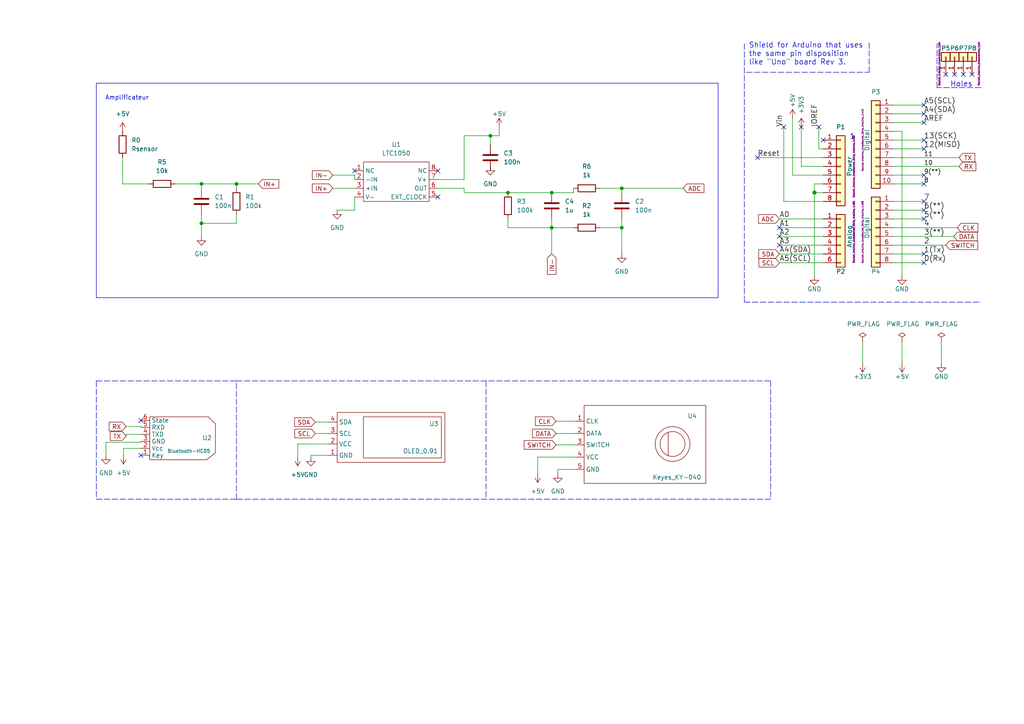
<source format=kicad_sch>
(kicad_sch (version 20211123) (generator eeschema)

  (uuid 9538e4ed-27e6-4c37-b989-9859dc0d49e8)

  (paper "A4")

  (title_block
    (title "Schéma Shield Arduino")
    (date "lun. 30 mars 2015")
    (company "INSA Toulouse")
  )

  (lib_symbols
    (symbol "Connector_Generic:Conn_01x01" (pin_names (offset 1.016) hide) (in_bom yes) (on_board yes)
      (property "Reference" "J" (id 0) (at 0 2.54 0)
        (effects (font (size 1.27 1.27)))
      )
      (property "Value" "Conn_01x01" (id 1) (at 0 -2.54 0)
        (effects (font (size 1.27 1.27)))
      )
      (property "Footprint" "" (id 2) (at 0 0 0)
        (effects (font (size 1.27 1.27)) hide)
      )
      (property "Datasheet" "~" (id 3) (at 0 0 0)
        (effects (font (size 1.27 1.27)) hide)
      )
      (property "ki_keywords" "connector" (id 4) (at 0 0 0)
        (effects (font (size 1.27 1.27)) hide)
      )
      (property "ki_description" "Generic connector, single row, 01x01, script generated (kicad-library-utils/schlib/autogen/connector/)" (id 5) (at 0 0 0)
        (effects (font (size 1.27 1.27)) hide)
      )
      (property "ki_fp_filters" "Connector*:*_1x??_*" (id 6) (at 0 0 0)
        (effects (font (size 1.27 1.27)) hide)
      )
      (symbol "Conn_01x01_1_1"
        (rectangle (start -1.27 0.127) (end 0 -0.127)
          (stroke (width 0.1524) (type default) (color 0 0 0 0))
          (fill (type none))
        )
        (rectangle (start -1.27 1.27) (end 1.27 -1.27)
          (stroke (width 0.254) (type default) (color 0 0 0 0))
          (fill (type background))
        )
        (pin passive line (at -5.08 0 0) (length 3.81)
          (name "Pin_1" (effects (font (size 1.27 1.27))))
          (number "1" (effects (font (size 1.27 1.27))))
        )
      )
    )
    (symbol "Connector_Generic:Conn_01x06" (pin_names (offset 1.016) hide) (in_bom yes) (on_board yes)
      (property "Reference" "J" (id 0) (at 0 7.62 0)
        (effects (font (size 1.27 1.27)))
      )
      (property "Value" "Conn_01x06" (id 1) (at 0 -10.16 0)
        (effects (font (size 1.27 1.27)))
      )
      (property "Footprint" "" (id 2) (at 0 0 0)
        (effects (font (size 1.27 1.27)) hide)
      )
      (property "Datasheet" "~" (id 3) (at 0 0 0)
        (effects (font (size 1.27 1.27)) hide)
      )
      (property "ki_keywords" "connector" (id 4) (at 0 0 0)
        (effects (font (size 1.27 1.27)) hide)
      )
      (property "ki_description" "Generic connector, single row, 01x06, script generated (kicad-library-utils/schlib/autogen/connector/)" (id 5) (at 0 0 0)
        (effects (font (size 1.27 1.27)) hide)
      )
      (property "ki_fp_filters" "Connector*:*_1x??_*" (id 6) (at 0 0 0)
        (effects (font (size 1.27 1.27)) hide)
      )
      (symbol "Conn_01x06_1_1"
        (rectangle (start -1.27 -7.493) (end 0 -7.747)
          (stroke (width 0.1524) (type default) (color 0 0 0 0))
          (fill (type none))
        )
        (rectangle (start -1.27 -4.953) (end 0 -5.207)
          (stroke (width 0.1524) (type default) (color 0 0 0 0))
          (fill (type none))
        )
        (rectangle (start -1.27 -2.413) (end 0 -2.667)
          (stroke (width 0.1524) (type default) (color 0 0 0 0))
          (fill (type none))
        )
        (rectangle (start -1.27 0.127) (end 0 -0.127)
          (stroke (width 0.1524) (type default) (color 0 0 0 0))
          (fill (type none))
        )
        (rectangle (start -1.27 2.667) (end 0 2.413)
          (stroke (width 0.1524) (type default) (color 0 0 0 0))
          (fill (type none))
        )
        (rectangle (start -1.27 5.207) (end 0 4.953)
          (stroke (width 0.1524) (type default) (color 0 0 0 0))
          (fill (type none))
        )
        (rectangle (start -1.27 6.35) (end 1.27 -8.89)
          (stroke (width 0.254) (type default) (color 0 0 0 0))
          (fill (type background))
        )
        (pin passive line (at -5.08 5.08 0) (length 3.81)
          (name "Pin_1" (effects (font (size 1.27 1.27))))
          (number "1" (effects (font (size 1.27 1.27))))
        )
        (pin passive line (at -5.08 2.54 0) (length 3.81)
          (name "Pin_2" (effects (font (size 1.27 1.27))))
          (number "2" (effects (font (size 1.27 1.27))))
        )
        (pin passive line (at -5.08 0 0) (length 3.81)
          (name "Pin_3" (effects (font (size 1.27 1.27))))
          (number "3" (effects (font (size 1.27 1.27))))
        )
        (pin passive line (at -5.08 -2.54 0) (length 3.81)
          (name "Pin_4" (effects (font (size 1.27 1.27))))
          (number "4" (effects (font (size 1.27 1.27))))
        )
        (pin passive line (at -5.08 -5.08 0) (length 3.81)
          (name "Pin_5" (effects (font (size 1.27 1.27))))
          (number "5" (effects (font (size 1.27 1.27))))
        )
        (pin passive line (at -5.08 -7.62 0) (length 3.81)
          (name "Pin_6" (effects (font (size 1.27 1.27))))
          (number "6" (effects (font (size 1.27 1.27))))
        )
      )
    )
    (symbol "Connector_Generic:Conn_01x08" (pin_names (offset 1.016) hide) (in_bom yes) (on_board yes)
      (property "Reference" "J" (id 0) (at 0 10.16 0)
        (effects (font (size 1.27 1.27)))
      )
      (property "Value" "Conn_01x08" (id 1) (at 0 -12.7 0)
        (effects (font (size 1.27 1.27)))
      )
      (property "Footprint" "" (id 2) (at 0 0 0)
        (effects (font (size 1.27 1.27)) hide)
      )
      (property "Datasheet" "~" (id 3) (at 0 0 0)
        (effects (font (size 1.27 1.27)) hide)
      )
      (property "ki_keywords" "connector" (id 4) (at 0 0 0)
        (effects (font (size 1.27 1.27)) hide)
      )
      (property "ki_description" "Generic connector, single row, 01x08, script generated (kicad-library-utils/schlib/autogen/connector/)" (id 5) (at 0 0 0)
        (effects (font (size 1.27 1.27)) hide)
      )
      (property "ki_fp_filters" "Connector*:*_1x??_*" (id 6) (at 0 0 0)
        (effects (font (size 1.27 1.27)) hide)
      )
      (symbol "Conn_01x08_1_1"
        (rectangle (start -1.27 -10.033) (end 0 -10.287)
          (stroke (width 0.1524) (type default) (color 0 0 0 0))
          (fill (type none))
        )
        (rectangle (start -1.27 -7.493) (end 0 -7.747)
          (stroke (width 0.1524) (type default) (color 0 0 0 0))
          (fill (type none))
        )
        (rectangle (start -1.27 -4.953) (end 0 -5.207)
          (stroke (width 0.1524) (type default) (color 0 0 0 0))
          (fill (type none))
        )
        (rectangle (start -1.27 -2.413) (end 0 -2.667)
          (stroke (width 0.1524) (type default) (color 0 0 0 0))
          (fill (type none))
        )
        (rectangle (start -1.27 0.127) (end 0 -0.127)
          (stroke (width 0.1524) (type default) (color 0 0 0 0))
          (fill (type none))
        )
        (rectangle (start -1.27 2.667) (end 0 2.413)
          (stroke (width 0.1524) (type default) (color 0 0 0 0))
          (fill (type none))
        )
        (rectangle (start -1.27 5.207) (end 0 4.953)
          (stroke (width 0.1524) (type default) (color 0 0 0 0))
          (fill (type none))
        )
        (rectangle (start -1.27 7.747) (end 0 7.493)
          (stroke (width 0.1524) (type default) (color 0 0 0 0))
          (fill (type none))
        )
        (rectangle (start -1.27 8.89) (end 1.27 -11.43)
          (stroke (width 0.254) (type default) (color 0 0 0 0))
          (fill (type background))
        )
        (pin passive line (at -5.08 7.62 0) (length 3.81)
          (name "Pin_1" (effects (font (size 1.27 1.27))))
          (number "1" (effects (font (size 1.27 1.27))))
        )
        (pin passive line (at -5.08 5.08 0) (length 3.81)
          (name "Pin_2" (effects (font (size 1.27 1.27))))
          (number "2" (effects (font (size 1.27 1.27))))
        )
        (pin passive line (at -5.08 2.54 0) (length 3.81)
          (name "Pin_3" (effects (font (size 1.27 1.27))))
          (number "3" (effects (font (size 1.27 1.27))))
        )
        (pin passive line (at -5.08 0 0) (length 3.81)
          (name "Pin_4" (effects (font (size 1.27 1.27))))
          (number "4" (effects (font (size 1.27 1.27))))
        )
        (pin passive line (at -5.08 -2.54 0) (length 3.81)
          (name "Pin_5" (effects (font (size 1.27 1.27))))
          (number "5" (effects (font (size 1.27 1.27))))
        )
        (pin passive line (at -5.08 -5.08 0) (length 3.81)
          (name "Pin_6" (effects (font (size 1.27 1.27))))
          (number "6" (effects (font (size 1.27 1.27))))
        )
        (pin passive line (at -5.08 -7.62 0) (length 3.81)
          (name "Pin_7" (effects (font (size 1.27 1.27))))
          (number "7" (effects (font (size 1.27 1.27))))
        )
        (pin passive line (at -5.08 -10.16 0) (length 3.81)
          (name "Pin_8" (effects (font (size 1.27 1.27))))
          (number "8" (effects (font (size 1.27 1.27))))
        )
      )
    )
    (symbol "Connector_Generic:Conn_01x10" (pin_names (offset 1.016) hide) (in_bom yes) (on_board yes)
      (property "Reference" "J" (id 0) (at 0 12.7 0)
        (effects (font (size 1.27 1.27)))
      )
      (property "Value" "Conn_01x10" (id 1) (at 0 -15.24 0)
        (effects (font (size 1.27 1.27)))
      )
      (property "Footprint" "" (id 2) (at 0 0 0)
        (effects (font (size 1.27 1.27)) hide)
      )
      (property "Datasheet" "~" (id 3) (at 0 0 0)
        (effects (font (size 1.27 1.27)) hide)
      )
      (property "ki_keywords" "connector" (id 4) (at 0 0 0)
        (effects (font (size 1.27 1.27)) hide)
      )
      (property "ki_description" "Generic connector, single row, 01x10, script generated (kicad-library-utils/schlib/autogen/connector/)" (id 5) (at 0 0 0)
        (effects (font (size 1.27 1.27)) hide)
      )
      (property "ki_fp_filters" "Connector*:*_1x??_*" (id 6) (at 0 0 0)
        (effects (font (size 1.27 1.27)) hide)
      )
      (symbol "Conn_01x10_1_1"
        (rectangle (start -1.27 -12.573) (end 0 -12.827)
          (stroke (width 0.1524) (type default) (color 0 0 0 0))
          (fill (type none))
        )
        (rectangle (start -1.27 -10.033) (end 0 -10.287)
          (stroke (width 0.1524) (type default) (color 0 0 0 0))
          (fill (type none))
        )
        (rectangle (start -1.27 -7.493) (end 0 -7.747)
          (stroke (width 0.1524) (type default) (color 0 0 0 0))
          (fill (type none))
        )
        (rectangle (start -1.27 -4.953) (end 0 -5.207)
          (stroke (width 0.1524) (type default) (color 0 0 0 0))
          (fill (type none))
        )
        (rectangle (start -1.27 -2.413) (end 0 -2.667)
          (stroke (width 0.1524) (type default) (color 0 0 0 0))
          (fill (type none))
        )
        (rectangle (start -1.27 0.127) (end 0 -0.127)
          (stroke (width 0.1524) (type default) (color 0 0 0 0))
          (fill (type none))
        )
        (rectangle (start -1.27 2.667) (end 0 2.413)
          (stroke (width 0.1524) (type default) (color 0 0 0 0))
          (fill (type none))
        )
        (rectangle (start -1.27 5.207) (end 0 4.953)
          (stroke (width 0.1524) (type default) (color 0 0 0 0))
          (fill (type none))
        )
        (rectangle (start -1.27 7.747) (end 0 7.493)
          (stroke (width 0.1524) (type default) (color 0 0 0 0))
          (fill (type none))
        )
        (rectangle (start -1.27 10.287) (end 0 10.033)
          (stroke (width 0.1524) (type default) (color 0 0 0 0))
          (fill (type none))
        )
        (rectangle (start -1.27 11.43) (end 1.27 -13.97)
          (stroke (width 0.254) (type default) (color 0 0 0 0))
          (fill (type background))
        )
        (pin passive line (at -5.08 10.16 0) (length 3.81)
          (name "Pin_1" (effects (font (size 1.27 1.27))))
          (number "1" (effects (font (size 1.27 1.27))))
        )
        (pin passive line (at -5.08 -12.7 0) (length 3.81)
          (name "Pin_10" (effects (font (size 1.27 1.27))))
          (number "10" (effects (font (size 1.27 1.27))))
        )
        (pin passive line (at -5.08 7.62 0) (length 3.81)
          (name "Pin_2" (effects (font (size 1.27 1.27))))
          (number "2" (effects (font (size 1.27 1.27))))
        )
        (pin passive line (at -5.08 5.08 0) (length 3.81)
          (name "Pin_3" (effects (font (size 1.27 1.27))))
          (number "3" (effects (font (size 1.27 1.27))))
        )
        (pin passive line (at -5.08 2.54 0) (length 3.81)
          (name "Pin_4" (effects (font (size 1.27 1.27))))
          (number "4" (effects (font (size 1.27 1.27))))
        )
        (pin passive line (at -5.08 0 0) (length 3.81)
          (name "Pin_5" (effects (font (size 1.27 1.27))))
          (number "5" (effects (font (size 1.27 1.27))))
        )
        (pin passive line (at -5.08 -2.54 0) (length 3.81)
          (name "Pin_6" (effects (font (size 1.27 1.27))))
          (number "6" (effects (font (size 1.27 1.27))))
        )
        (pin passive line (at -5.08 -5.08 0) (length 3.81)
          (name "Pin_7" (effects (font (size 1.27 1.27))))
          (number "7" (effects (font (size 1.27 1.27))))
        )
        (pin passive line (at -5.08 -7.62 0) (length 3.81)
          (name "Pin_8" (effects (font (size 1.27 1.27))))
          (number "8" (effects (font (size 1.27 1.27))))
        )
        (pin passive line (at -5.08 -10.16 0) (length 3.81)
          (name "Pin_9" (effects (font (size 1.27 1.27))))
          (number "9" (effects (font (size 1.27 1.27))))
        )
      )
    )
    (symbol "Device:C" (pin_numbers hide) (pin_names (offset 0.254)) (in_bom yes) (on_board yes)
      (property "Reference" "C" (id 0) (at 0.635 2.54 0)
        (effects (font (size 1.27 1.27)) (justify left))
      )
      (property "Value" "C" (id 1) (at 0.635 -2.54 0)
        (effects (font (size 1.27 1.27)) (justify left))
      )
      (property "Footprint" "" (id 2) (at 0.9652 -3.81 0)
        (effects (font (size 1.27 1.27)) hide)
      )
      (property "Datasheet" "~" (id 3) (at 0 0 0)
        (effects (font (size 1.27 1.27)) hide)
      )
      (property "ki_keywords" "cap capacitor" (id 4) (at 0 0 0)
        (effects (font (size 1.27 1.27)) hide)
      )
      (property "ki_description" "Unpolarized capacitor" (id 5) (at 0 0 0)
        (effects (font (size 1.27 1.27)) hide)
      )
      (property "ki_fp_filters" "C_*" (id 6) (at 0 0 0)
        (effects (font (size 1.27 1.27)) hide)
      )
      (symbol "C_0_1"
        (polyline
          (pts
            (xy -2.032 -0.762)
            (xy 2.032 -0.762)
          )
          (stroke (width 0.508) (type default) (color 0 0 0 0))
          (fill (type none))
        )
        (polyline
          (pts
            (xy -2.032 0.762)
            (xy 2.032 0.762)
          )
          (stroke (width 0.508) (type default) (color 0 0 0 0))
          (fill (type none))
        )
      )
      (symbol "C_1_1"
        (pin passive line (at 0 3.81 270) (length 2.794)
          (name "~" (effects (font (size 1.27 1.27))))
          (number "1" (effects (font (size 1.27 1.27))))
        )
        (pin passive line (at 0 -3.81 90) (length 2.794)
          (name "~" (effects (font (size 1.27 1.27))))
          (number "2" (effects (font (size 1.27 1.27))))
        )
      )
    )
    (symbol "Device:R" (pin_numbers hide) (pin_names (offset 0)) (in_bom yes) (on_board yes)
      (property "Reference" "R" (id 0) (at 2.032 0 90)
        (effects (font (size 1.27 1.27)))
      )
      (property "Value" "R" (id 1) (at 0 0 90)
        (effects (font (size 1.27 1.27)))
      )
      (property "Footprint" "" (id 2) (at -1.778 0 90)
        (effects (font (size 1.27 1.27)) hide)
      )
      (property "Datasheet" "~" (id 3) (at 0 0 0)
        (effects (font (size 1.27 1.27)) hide)
      )
      (property "ki_keywords" "R res resistor" (id 4) (at 0 0 0)
        (effects (font (size 1.27 1.27)) hide)
      )
      (property "ki_description" "Resistor" (id 5) (at 0 0 0)
        (effects (font (size 1.27 1.27)) hide)
      )
      (property "ki_fp_filters" "R_*" (id 6) (at 0 0 0)
        (effects (font (size 1.27 1.27)) hide)
      )
      (symbol "R_0_1"
        (rectangle (start -1.016 -2.54) (end 1.016 2.54)
          (stroke (width 0.254) (type default) (color 0 0 0 0))
          (fill (type none))
        )
      )
      (symbol "R_1_1"
        (pin passive line (at 0 3.81 270) (length 1.27)
          (name "~" (effects (font (size 1.27 1.27))))
          (number "1" (effects (font (size 1.27 1.27))))
        )
        (pin passive line (at 0 -3.81 90) (length 1.27)
          (name "~" (effects (font (size 1.27 1.27))))
          (number "2" (effects (font (size 1.27 1.27))))
        )
      )
    )
    (symbol "SHIELD_Library:Bluetooth-HC05" (in_bom yes) (on_board yes)
      (property "Reference" "U" (id 0) (at 0 0 0)
        (effects (font (size 1.27 1.27)))
      )
      (property "Value" "Bluetooth-HC05" (id 1) (at -5.08 -7.874 0)
        (effects (font (size 1 1)))
      )
      (property "Footprint" "" (id 2) (at 0 0 0)
        (effects (font (size 1.27 1.27)) hide)
      )
      (property "Datasheet" "" (id 3) (at 0 0 0)
        (effects (font (size 1.27 1.27)) hide)
      )
      (symbol "Bluetooth-HC05_0_1"
        (polyline
          (pts
            (xy 5.842 -1.27)
            (xy -10.16 -1.27)
            (xy -12.7 -3.302)
            (xy -12.7 -11.684)
            (xy -10.668 -13.716)
            (xy 6.35 -13.716)
            (xy 6.35 -1.27)
            (xy 5.842 -1.27)
          )
          (stroke (width 0) (type default) (color 0 0 0 0))
          (fill (type none))
        )
      )
      (symbol "Bluetooth-HC05_1_1"
        (pin input line (at 8.89 -2.54 180) (length 2.54)
          (name "Key" (effects (font (size 1.27 1.27))))
          (number "1" (effects (font (size 1.27 1.27))))
        )
        (pin power_in line (at 8.89 -4.572 180) (length 2.54)
          (name "Vcc" (effects (font (size 1.27 1.27))))
          (number "2" (effects (font (size 1.27 1.27))))
        )
        (pin input line (at 8.89 -6.604 180) (length 2.54)
          (name "GND" (effects (font (size 1.27 1.27))))
          (number "3" (effects (font (size 1.27 1.27))))
        )
        (pin output line (at 8.89 -8.636 180) (length 2.54)
          (name "TXD" (effects (font (size 1.27 1.27))))
          (number "4" (effects (font (size 1.27 1.27))))
        )
        (pin input line (at 8.89 -10.668 180) (length 2.54)
          (name "RXD" (effects (font (size 1.27 1.27))))
          (number "5" (effects (font (size 1.27 1.27))))
        )
        (pin output line (at 8.89 -12.7 180) (length 2.54)
          (name "State" (effects (font (size 1.27 1.27))))
          (number "6" (effects (font (size 1.27 1.27))))
        )
      )
    )
    (symbol "SHIELD_Library:Keyes_KY-040" (in_bom yes) (on_board yes)
      (property "Reference" "U" (id 0) (at -16.764 3.048 0)
        (effects (font (size 1.27 1.27)))
      )
      (property "Value" "Keyes_KY-040" (id 1) (at -8.636 8.89 0)
        (effects (font (size 1.27 1.27)))
      )
      (property "Footprint" "" (id 2) (at 0 0 0)
        (effects (font (size 1.27 1.27)) hide)
      )
      (property "Datasheet" "" (id 3) (at 0 0 0)
        (effects (font (size 1.27 1.27)) hide)
      )
      (symbol "Keyes_KY-040_0_1"
        (rectangle (start -35.306 11.684) (end 0 -10.922)
          (stroke (width 0) (type default) (color 0 0 0 0))
          (fill (type none))
        )
        (circle (center -9.652 0.508) (radius 3.61)
          (stroke (width 0) (type default) (color 0 0 0 0))
          (fill (type none))
        )
        (circle (center -9.652 0.508) (radius 5.0418)
          (stroke (width 0) (type default) (color 0 0 0 0))
          (fill (type none))
        )
        (polyline
          (pts
            (xy -10.922 3.81)
            (xy -10.922 -2.794)
          )
          (stroke (width 0) (type default) (color 0 0 0 0))
          (fill (type none))
        )
      )
      (symbol "Keyes_KY-040_1_1"
        (pin input line (at -37.846 7.112 0) (length 2.54)
          (name "CLK" (effects (font (size 1.27 1.27))))
          (number "1" (effects (font (size 1.27 1.27))))
        )
        (pin input line (at -37.846 3.556 0) (length 2.54)
          (name "DATA" (effects (font (size 1.27 1.27))))
          (number "2" (effects (font (size 1.27 1.27))))
        )
        (pin input line (at -37.846 0.254 0) (length 2.54)
          (name "SWITCH" (effects (font (size 1.27 1.27))))
          (number "3" (effects (font (size 1.27 1.27))))
        )
        (pin input line (at -37.846 -3.302 0) (length 2.54)
          (name "VCC" (effects (font (size 1.27 1.27))))
          (number "4" (effects (font (size 1.27 1.27))))
        )
        (pin input line (at -37.846 -6.858 0) (length 2.54)
          (name "GND" (effects (font (size 1.27 1.27))))
          (number "5" (effects (font (size 1.27 1.27))))
        )
      )
    )
    (symbol "SHIELD_Library:LTC1050" (in_bom yes) (on_board yes)
      (property "Reference" "U" (id 0) (at 5.08 -3.81 0)
        (effects (font (size 1.27 1.27)))
      )
      (property "Value" "LTC1050" (id 1) (at 0 -3.81 0)
        (effects (font (size 1.27 1.27)))
      )
      (property "Footprint" "" (id 2) (at 0 -2.54 0)
        (effects (font (size 1.27 1.27)) hide)
      )
      (property "Datasheet" "" (id 3) (at 0 -2.54 0)
        (effects (font (size 1.27 1.27)) hide)
      )
      (symbol "LTC1050_0_1"
        (rectangle (start -8.89 -5.08) (end 10.16 -16.51)
          (stroke (width 0) (type default) (color 0 0 0 0))
          (fill (type none))
        )
      )
      (symbol "LTC1050_1_1"
        (pin input line (at -11.43 -7.62 0) (length 2.54)
          (name "NC" (effects (font (size 1.27 1.27))))
          (number "1" (effects (font (size 1.27 1.27))))
        )
        (pin input line (at -11.43 -10.16 0) (length 2.54)
          (name "-IN" (effects (font (size 1.27 1.27))))
          (number "2" (effects (font (size 1.27 1.27))))
        )
        (pin input line (at -11.43 -12.7 0) (length 2.54)
          (name "+IN" (effects (font (size 1.27 1.27))))
          (number "3" (effects (font (size 1.27 1.27))))
        )
        (pin input line (at -11.43 -15.24 0) (length 2.54)
          (name "V-" (effects (font (size 1.27 1.27))))
          (number "4" (effects (font (size 1.27 1.27))))
        )
        (pin input line (at 12.7 -15.24 180) (length 2.54)
          (name "EXT_CLOCK" (effects (font (size 1.27 1.27))))
          (number "5" (effects (font (size 1.27 1.27))))
        )
        (pin output line (at 12.7 -12.7 180) (length 2.54)
          (name "OUT" (effects (font (size 1.27 1.27))))
          (number "6" (effects (font (size 1.27 1.27))))
        )
        (pin input line (at 12.7 -10.16 180) (length 2.54)
          (name "V+" (effects (font (size 1.27 1.27))))
          (number "7" (effects (font (size 1.27 1.27))))
        )
        (pin input line (at 12.7 -7.62 180) (length 2.54)
          (name "NC" (effects (font (size 1.27 1.27))))
          (number "8" (effects (font (size 1.27 1.27))))
        )
      )
    )
    (symbol "SHIELD_Library:OLED_0.91" (in_bom yes) (on_board yes)
      (property "Reference" "U" (id 0) (at -11.684 2.032 0)
        (effects (font (size 1.27 1.27)))
      )
      (property "Value" "OLED_0.91" (id 1) (at -0.508 1.778 0)
        (effects (font (size 1.27 1.27)))
      )
      (property "Footprint" "" (id 2) (at 0 0 0)
        (effects (font (size 1.27 1.27)) hide)
      )
      (property "Datasheet" "" (id 3) (at 0 0 0)
        (effects (font (size 1.27 1.27)) hide)
      )
      (symbol "OLED_0.91_0_1"
        (rectangle (start -24.13 9.144) (end 7.112 -5.334)
          (stroke (width 0) (type default) (color 0 0 0 0))
          (fill (type none))
        )
        (rectangle (start -16.51 7.874) (end 6.096 -4.064)
          (stroke (width 0) (type default) (color 0 0 0 0))
          (fill (type none))
        )
      )
      (symbol "OLED_0.91_1_1"
        (pin input line (at -26.67 -3.302 0) (length 2.54)
          (name "GND" (effects (font (size 1.27 1.27))))
          (number "1" (effects (font (size 1.27 1.27))))
        )
        (pin input line (at -26.67 0 0) (length 2.54)
          (name "VCC" (effects (font (size 1.27 1.27))))
          (number "2" (effects (font (size 1.27 1.27))))
        )
        (pin input line (at -26.67 3.048 0) (length 2.54)
          (name "SCL" (effects (font (size 1.27 1.27))))
          (number "3" (effects (font (size 1.27 1.27))))
        )
        (pin input line (at -26.67 6.35 0) (length 2.54)
          (name "SDA" (effects (font (size 1.27 1.27))))
          (number "4" (effects (font (size 1.27 1.27))))
        )
      )
    )
    (symbol "power:+3.3V" (power) (pin_names (offset 0)) (in_bom yes) (on_board yes)
      (property "Reference" "#PWR" (id 0) (at 0 -3.81 0)
        (effects (font (size 1.27 1.27)) hide)
      )
      (property "Value" "+3.3V" (id 1) (at 0 3.556 0)
        (effects (font (size 1.27 1.27)))
      )
      (property "Footprint" "" (id 2) (at 0 0 0)
        (effects (font (size 1.27 1.27)) hide)
      )
      (property "Datasheet" "" (id 3) (at 0 0 0)
        (effects (font (size 1.27 1.27)) hide)
      )
      (property "ki_keywords" "power-flag" (id 4) (at 0 0 0)
        (effects (font (size 1.27 1.27)) hide)
      )
      (property "ki_description" "Power symbol creates a global label with name \"+3.3V\"" (id 5) (at 0 0 0)
        (effects (font (size 1.27 1.27)) hide)
      )
      (symbol "+3.3V_0_1"
        (polyline
          (pts
            (xy -0.762 1.27)
            (xy 0 2.54)
          )
          (stroke (width 0) (type default) (color 0 0 0 0))
          (fill (type none))
        )
        (polyline
          (pts
            (xy 0 0)
            (xy 0 2.54)
          )
          (stroke (width 0) (type default) (color 0 0 0 0))
          (fill (type none))
        )
        (polyline
          (pts
            (xy 0 2.54)
            (xy 0.762 1.27)
          )
          (stroke (width 0) (type default) (color 0 0 0 0))
          (fill (type none))
        )
      )
      (symbol "+3.3V_1_1"
        (pin power_in line (at 0 0 90) (length 0) hide
          (name "+3V3" (effects (font (size 1.27 1.27))))
          (number "1" (effects (font (size 1.27 1.27))))
        )
      )
    )
    (symbol "power:+5V" (power) (pin_names (offset 0)) (in_bom yes) (on_board yes)
      (property "Reference" "#PWR" (id 0) (at 0 -3.81 0)
        (effects (font (size 1.27 1.27)) hide)
      )
      (property "Value" "+5V" (id 1) (at 0 3.556 0)
        (effects (font (size 1.27 1.27)))
      )
      (property "Footprint" "" (id 2) (at 0 0 0)
        (effects (font (size 1.27 1.27)) hide)
      )
      (property "Datasheet" "" (id 3) (at 0 0 0)
        (effects (font (size 1.27 1.27)) hide)
      )
      (property "ki_keywords" "power-flag" (id 4) (at 0 0 0)
        (effects (font (size 1.27 1.27)) hide)
      )
      (property "ki_description" "Power symbol creates a global label with name \"+5V\"" (id 5) (at 0 0 0)
        (effects (font (size 1.27 1.27)) hide)
      )
      (symbol "+5V_0_1"
        (polyline
          (pts
            (xy -0.762 1.27)
            (xy 0 2.54)
          )
          (stroke (width 0) (type default) (color 0 0 0 0))
          (fill (type none))
        )
        (polyline
          (pts
            (xy 0 0)
            (xy 0 2.54)
          )
          (stroke (width 0) (type default) (color 0 0 0 0))
          (fill (type none))
        )
        (polyline
          (pts
            (xy 0 2.54)
            (xy 0.762 1.27)
          )
          (stroke (width 0) (type default) (color 0 0 0 0))
          (fill (type none))
        )
      )
      (symbol "+5V_1_1"
        (pin power_in line (at 0 0 90) (length 0) hide
          (name "+5V" (effects (font (size 1.27 1.27))))
          (number "1" (effects (font (size 1.27 1.27))))
        )
      )
    )
    (symbol "power:GND" (power) (pin_names (offset 0)) (in_bom yes) (on_board yes)
      (property "Reference" "#PWR" (id 0) (at 0 -6.35 0)
        (effects (font (size 1.27 1.27)) hide)
      )
      (property "Value" "GND" (id 1) (at 0 -3.81 0)
        (effects (font (size 1.27 1.27)))
      )
      (property "Footprint" "" (id 2) (at 0 0 0)
        (effects (font (size 1.27 1.27)) hide)
      )
      (property "Datasheet" "" (id 3) (at 0 0 0)
        (effects (font (size 1.27 1.27)) hide)
      )
      (property "ki_keywords" "power-flag" (id 4) (at 0 0 0)
        (effects (font (size 1.27 1.27)) hide)
      )
      (property "ki_description" "Power symbol creates a global label with name \"GND\" , ground" (id 5) (at 0 0 0)
        (effects (font (size 1.27 1.27)) hide)
      )
      (symbol "GND_0_1"
        (polyline
          (pts
            (xy 0 0)
            (xy 0 -1.27)
            (xy 1.27 -1.27)
            (xy 0 -2.54)
            (xy -1.27 -1.27)
            (xy 0 -1.27)
          )
          (stroke (width 0) (type default) (color 0 0 0 0))
          (fill (type none))
        )
      )
      (symbol "GND_1_1"
        (pin power_in line (at 0 0 270) (length 0) hide
          (name "GND" (effects (font (size 1.27 1.27))))
          (number "1" (effects (font (size 1.27 1.27))))
        )
      )
    )
    (symbol "power:PWR_FLAG" (power) (pin_numbers hide) (pin_names (offset 0) hide) (in_bom yes) (on_board yes)
      (property "Reference" "#FLG" (id 0) (at 0 1.905 0)
        (effects (font (size 1.27 1.27)) hide)
      )
      (property "Value" "PWR_FLAG" (id 1) (at 0 3.81 0)
        (effects (font (size 1.27 1.27)))
      )
      (property "Footprint" "" (id 2) (at 0 0 0)
        (effects (font (size 1.27 1.27)) hide)
      )
      (property "Datasheet" "~" (id 3) (at 0 0 0)
        (effects (font (size 1.27 1.27)) hide)
      )
      (property "ki_keywords" "power-flag" (id 4) (at 0 0 0)
        (effects (font (size 1.27 1.27)) hide)
      )
      (property "ki_description" "Special symbol for telling ERC where power comes from" (id 5) (at 0 0 0)
        (effects (font (size 1.27 1.27)) hide)
      )
      (symbol "PWR_FLAG_0_0"
        (pin power_out line (at 0 0 90) (length 0)
          (name "pwr" (effects (font (size 1.27 1.27))))
          (number "1" (effects (font (size 1.27 1.27))))
        )
      )
      (symbol "PWR_FLAG_0_1"
        (polyline
          (pts
            (xy 0 0)
            (xy 0 1.27)
            (xy -1.016 1.905)
            (xy 0 2.54)
            (xy 1.016 1.905)
            (xy 0 1.27)
          )
          (stroke (width 0) (type default) (color 0 0 0 0))
          (fill (type none))
        )
      )
    )
  )


  (junction (at 147.32 55.88) (diameter 0) (color 0 0 0 0)
    (uuid 0bf8f45a-c895-446b-babe-b6699af15fd8)
  )
  (junction (at 58.42 64.77) (diameter 0) (color 0 0 0 0)
    (uuid 13b9456d-4216-4970-bdbe-176d6a15d04e)
  )
  (junction (at 68.58 53.34) (diameter 0) (color 0 0 0 0)
    (uuid 1b4ad920-17b2-42a5-9009-b40b907e1779)
  )
  (junction (at 142.24 39.37) (diameter 0) (color 0 0 0 0)
    (uuid 34f5280f-0860-4925-9923-f5ab460a2832)
  )
  (junction (at 160.02 66.04) (diameter 0) (color 0 0 0 0)
    (uuid 4ed6c16a-b742-493b-8975-8b6af12cda97)
  )
  (junction (at 180.34 54.61) (diameter 0) (color 0 0 0 0)
    (uuid 6c04b56a-2f53-4780-8490-ca4ca334564c)
  )
  (junction (at 180.34 66.04) (diameter 0) (color 0 0 0 0)
    (uuid 781ddbdf-6875-4c17-8ca9-17309aec1213)
  )
  (junction (at 236.22 55.88) (diameter 1.016) (color 0 0 0 0)
    (uuid 8322f275-268c-4e87-a69f-4cfbf05e747f)
  )
  (junction (at 160.02 55.88) (diameter 0) (color 0 0 0 0)
    (uuid e0622e0c-c962-4d15-afc4-1deec92b669a)
  )
  (junction (at 58.42 53.34) (diameter 0) (color 0 0 0 0)
    (uuid e9c40bb3-be70-4a91-ac6a-6ecc9e9df269)
  )

  (no_connect (at 267.97 53.34) (uuid 0454ad4e-e7b5-42bb-92cc-31e8f2d3c281))
  (no_connect (at 267.97 50.8) (uuid 0454ad4e-e7b5-42bb-92cc-31e8f2d3c282))
  (no_connect (at 267.97 33.02) (uuid 0454ad4e-e7b5-42bb-92cc-31e8f2d3c283))
  (no_connect (at 267.97 30.48) (uuid 0454ad4e-e7b5-42bb-92cc-31e8f2d3c284))
  (no_connect (at 267.97 43.18) (uuid 0454ad4e-e7b5-42bb-92cc-31e8f2d3c285))
  (no_connect (at 267.97 40.64) (uuid 0454ad4e-e7b5-42bb-92cc-31e8f2d3c286))
  (no_connect (at 267.97 35.56) (uuid 0454ad4e-e7b5-42bb-92cc-31e8f2d3c287))
  (no_connect (at 279.4 21.59) (uuid 1e6b0158-998f-479f-b5f3-a9a5c4344aa5))
  (no_connect (at 274.32 21.59) (uuid 21366241-88bb-42b5-950a-a4754adb3a1f))
  (no_connect (at 127 57.15) (uuid 3064a39a-2528-4f7e-a564-ac9cea84afa1))
  (no_connect (at 267.97 58.42) (uuid 524522c5-ecef-43ec-bf63-bfd98a990d27))
  (no_connect (at 267.97 60.96) (uuid 524522c5-ecef-43ec-bf63-bfd98a990d28))
  (no_connect (at 267.97 63.5) (uuid 524522c5-ecef-43ec-bf63-bfd98a990d29))
  (no_connect (at 267.97 73.66) (uuid 5be16636-5ebc-403b-a78d-bd701c1e82f2))
  (no_connect (at 267.97 76.2) (uuid 5be16636-5ebc-403b-a78d-bd701c1e82f3))
  (no_connect (at 226.06 66.04) (uuid 5be16636-5ebc-403b-a78d-bd701c1e82f4))
  (no_connect (at 226.06 68.58) (uuid 5be16636-5ebc-403b-a78d-bd701c1e82f5))
  (no_connect (at 226.06 71.12) (uuid 5be16636-5ebc-403b-a78d-bd701c1e82f6))
  (no_connect (at 276.86 21.59) (uuid 758fd30e-3356-4227-a550-77c711885a43))
  (no_connect (at 281.94 21.59) (uuid 8f403774-7818-41c9-9d2d-6d850f8c47f7))
  (no_connect (at 238.76 40.64) (uuid 9f0cde0b-9c6a-4eb9-a729-bc8288f3f315))
  (no_connect (at 219.71 45.72) (uuid a982a8e5-b858-4127-8b23-797c7698d08c))
  (no_connect (at 237.49 36.83) (uuid a982a8e5-b858-4127-8b23-797c7698d08d))
  (no_connect (at 232.41 36.83) (uuid a982a8e5-b858-4127-8b23-797c7698d08e))
  (no_connect (at 227.33 36.83) (uuid a982a8e5-b858-4127-8b23-797c7698d08f))
  (no_connect (at 40.894 132.08) (uuid f13cc18f-d8ca-474c-8544-ea0fbd49e639))
  (no_connect (at 40.894 121.92) (uuid f13cc18f-d8ca-474c-8544-ea0fbd49e63a))
  (no_connect (at 102.87 49.53) (uuid fbd2364e-7ff9-4506-bd01-217c459ec466))
  (no_connect (at 127 49.53) (uuid fbd2364e-7ff9-4506-bd01-217c459ec467))

  (wire (pts (xy 250.19 105.41) (xy 250.19 99.06))
    (stroke (width 0) (type default) (color 0 0 0 0))
    (uuid 01e1eebf-5ddb-44cb-9f36-4d002e6f6c68)
  )
  (wire (pts (xy 259.08 48.26) (xy 278.13 48.26))
    (stroke (width 0) (type default) (color 0 0 0 0))
    (uuid 05315221-8944-40a3-95a0-6f6dbca52b64)
  )
  (wire (pts (xy 238.76 48.26) (xy 232.41 48.26))
    (stroke (width 0) (type solid) (color 0 0 0 0))
    (uuid 0757f431-c497-40d7-959f-e2313f119673)
  )
  (wire (pts (xy 238.76 71.12) (xy 226.06 71.12))
    (stroke (width 0) (type solid) (color 0 0 0 0))
    (uuid 0aedcc2d-5c81-44ad-9067-9f2bc34b25ff)
  )
  (wire (pts (xy 161.29 122.174) (xy 166.878 122.174))
    (stroke (width 0) (type default) (color 0 0 0 0))
    (uuid 0ffbf712-c0f5-460a-ac3d-43c78522166b)
  )
  (wire (pts (xy 35.814 132.08) (xy 35.814 130.048))
    (stroke (width 0) (type default) (color 0 0 0 0))
    (uuid 105c50d0-b15b-41c9-9366-cb64b0c39ff7)
  )
  (wire (pts (xy 40.894 128.27) (xy 40.894 128.016))
    (stroke (width 0) (type default) (color 0 0 0 0))
    (uuid 118a6f3c-1a61-4281-9b88-a06f086b35d7)
  )
  (polyline (pts (xy 252.095 20.955) (xy 252.095 12.065))
    (stroke (width 0) (type dash) (color 0 0 0 0))
    (uuid 11c8e397-534c-4ca9-a2ff-2df4cd3a92c0)
  )

  (wire (pts (xy 134.62 55.88) (xy 147.32 55.88))
    (stroke (width 0) (type default) (color 0 0 0 0))
    (uuid 14467e43-2df9-43ff-9559-3a096c2043d0)
  )
  (wire (pts (xy 134.62 54.61) (xy 134.62 55.88))
    (stroke (width 0) (type default) (color 0 0 0 0))
    (uuid 1607b4db-85e8-447e-8038-6ac4f0f7f121)
  )
  (wire (pts (xy 144.78 39.37) (xy 144.78 36.83))
    (stroke (width 0) (type default) (color 0 0 0 0))
    (uuid 169008b5-c1d5-482a-b312-36cd94ab3911)
  )
  (wire (pts (xy 259.08 63.5) (xy 267.97 63.5))
    (stroke (width 0) (type solid) (color 0 0 0 0))
    (uuid 18ca34c7-1950-4d5c-9bbf-8aa0a2b56d25)
  )
  (polyline (pts (xy 68.58 110.49) (xy 223.52 110.49))
    (stroke (width 0) (type default) (color 0 0 0 0))
    (uuid 1ac5ba48-b483-4a8e-9153-fe2eb3b59286)
  )

  (wire (pts (xy 127 54.61) (xy 134.62 54.61))
    (stroke (width 0) (type default) (color 0 0 0 0))
    (uuid 1bfd8ce1-5708-4d46-bb40-efe8b1c29f37)
  )
  (wire (pts (xy 35.814 130.048) (xy 40.894 130.048))
    (stroke (width 0) (type default) (color 0 0 0 0))
    (uuid 1f2fb709-9771-493b-b9b1-9f372f49975c)
  )
  (wire (pts (xy 97.79 60.96) (xy 102.87 60.96))
    (stroke (width 0) (type default) (color 0 0 0 0))
    (uuid 2504c91e-f893-4e94-bb8f-a7f689d4e823)
  )
  (polyline (pts (xy 27.94 110.49) (xy 27.94 144.78))
    (stroke (width 0) (type default) (color 0 0 0 0))
    (uuid 250633a8-0844-4f1c-980d-73ce9c204980)
  )

  (wire (pts (xy 102.87 60.96) (xy 102.87 57.15))
    (stroke (width 0) (type default) (color 0 0 0 0))
    (uuid 2d3731a3-4a0c-45f3-a2a9-7fdb3e01c7e7)
  )
  (wire (pts (xy 58.42 53.34) (xy 58.42 54.61))
    (stroke (width 0) (type default) (color 0 0 0 0))
    (uuid 30a2e38e-fb0a-4375-abb9-727e6262c82d)
  )
  (wire (pts (xy 236.22 53.34) (xy 236.22 55.88))
    (stroke (width 0) (type solid) (color 0 0 0 0))
    (uuid 336c97b9-538f-4574-a297-e9441308128a)
  )
  (wire (pts (xy 259.08 43.18) (xy 267.97 43.18))
    (stroke (width 0) (type solid) (color 0 0 0 0))
    (uuid 3d0bcd1c-31fa-4001-872f-3afc2035ff3c)
  )
  (wire (pts (xy 261.62 38.1) (xy 261.62 80.01))
    (stroke (width 0) (type solid) (color 0 0 0 0))
    (uuid 3ea2cac2-ec24-4c1b-ba72-a41e73570c6e)
  )
  (wire (pts (xy 142.24 49.53) (xy 142.24 48.26))
    (stroke (width 0) (type default) (color 0 0 0 0))
    (uuid 3f155dc7-a39d-460f-b75e-e8d465372215)
  )
  (wire (pts (xy 238.76 53.34) (xy 236.22 53.34))
    (stroke (width 0) (type solid) (color 0 0 0 0))
    (uuid 3f87af4b-1ede-4942-9ad3-8dc552d70c71)
  )
  (polyline (pts (xy 68.58 144.78) (xy 68.58 110.49))
    (stroke (width 0) (type default) (color 0 0 0 0))
    (uuid 426c0bcb-4c69-4197-803b-ded07b86602f)
  )

  (wire (pts (xy 173.99 66.04) (xy 180.34 66.04))
    (stroke (width 0) (type default) (color 0 0 0 0))
    (uuid 48d08d39-0199-4b9b-9aaa-342a8edccb6e)
  )
  (wire (pts (xy 147.32 55.88) (xy 160.02 55.88))
    (stroke (width 0) (type default) (color 0 0 0 0))
    (uuid 4a3dbccf-46e3-462f-b52f-be90fe4b0aaf)
  )
  (wire (pts (xy 160.02 66.04) (xy 160.02 73.66))
    (stroke (width 0) (type default) (color 0 0 0 0))
    (uuid 4e1bf2e8-84f0-4f11-9a75-6e46e06adbfc)
  )
  (wire (pts (xy 259.08 53.34) (xy 267.97 53.34))
    (stroke (width 0) (type solid) (color 0 0 0 0))
    (uuid 50d665e7-0327-4a60-954f-50d92b9d42a4)
  )
  (wire (pts (xy 237.49 43.18) (xy 238.76 43.18))
    (stroke (width 0) (type solid) (color 0 0 0 0))
    (uuid 51361c11-8657-4912-9f76-0970acb41e8f)
  )
  (wire (pts (xy 238.76 50.8) (xy 229.87 50.8))
    (stroke (width 0) (type solid) (color 0 0 0 0))
    (uuid 522d977e-46c5-4026-81ac-3681544b1781)
  )
  (wire (pts (xy 155.956 132.588) (xy 155.956 137.414))
    (stroke (width 0) (type default) (color 0 0 0 0))
    (uuid 52b4f4f3-c03a-46cc-8eae-5390ffbc5133)
  )
  (polyline (pts (xy 208.28 24.13) (xy 208.28 86.36))
    (stroke (width 0) (type solid) (color 0 0 0 0))
    (uuid 53143bff-aba5-4155-b1c3-65733c86f120)
  )
  (polyline (pts (xy 27.94 110.49) (xy 68.58 110.49))
    (stroke (width 0) (type default) (color 0 0 0 0))
    (uuid 542d7cac-9327-494b-aa9b-d4c3b314c5d0)
  )

  (wire (pts (xy 50.8 53.34) (xy 58.42 53.34))
    (stroke (width 0) (type default) (color 0 0 0 0))
    (uuid 5561d679-c855-4803-88a3-fef2c4c0fe64)
  )
  (polyline (pts (xy 27.94 24.13) (xy 27.94 86.36))
    (stroke (width 0) (type solid) (color 0 0 0 0))
    (uuid 5e97a57e-8e2c-4e29-9302-6067f2e87b8c)
  )

  (wire (pts (xy 259.08 40.64) (xy 267.97 40.64))
    (stroke (width 0) (type solid) (color 0 0 0 0))
    (uuid 5fbd8995-f7e4-4120-b746-a46c215926cb)
  )
  (wire (pts (xy 259.08 58.42) (xy 267.97 58.42))
    (stroke (width 0) (type solid) (color 0 0 0 0))
    (uuid 64bb48d7-253a-4034-b06b-c11f4dc6113e)
  )
  (wire (pts (xy 238.76 66.04) (xy 226.06 66.04))
    (stroke (width 0) (type solid) (color 0 0 0 0))
    (uuid 64c8ccb5-eb16-41c0-b485-071bc686fac4)
  )
  (wire (pts (xy 155.956 132.588) (xy 166.878 132.588))
    (stroke (width 0) (type default) (color 0 0 0 0))
    (uuid 67fcd200-471c-49c9-b88e-3ab027adca1e)
  )
  (wire (pts (xy 259.08 30.48) (xy 267.97 30.48))
    (stroke (width 0) (type solid) (color 0 0 0 0))
    (uuid 67fd595c-eaf3-4222-9ac5-2f907dce2865)
  )
  (wire (pts (xy 68.58 53.34) (xy 68.58 54.61))
    (stroke (width 0) (type default) (color 0 0 0 0))
    (uuid 6dbc895c-1dd3-4e7d-b81b-ca254a096bab)
  )
  (wire (pts (xy 259.08 71.12) (xy 274.32 71.12))
    (stroke (width 0) (type solid) (color 0 0 0 0))
    (uuid 6f1162fd-5e62-4249-9fe6-d9d74bb2238f)
  )
  (wire (pts (xy 166.878 136.144) (xy 161.798 136.144))
    (stroke (width 0) (type default) (color 0 0 0 0))
    (uuid 71e1f47d-a3d9-4b12-b9c3-3a87962c5f0a)
  )
  (wire (pts (xy 161.29 129.032) (xy 166.878 129.032))
    (stroke (width 0) (type default) (color 0 0 0 0))
    (uuid 723a0423-8943-49b7-9257-969710cfd825)
  )
  (wire (pts (xy 261.62 99.06) (xy 261.62 105.41))
    (stroke (width 0) (type default) (color 0 0 0 0))
    (uuid 754c3725-860f-4904-9b88-810a768c9e9d)
  )
  (wire (pts (xy 238.76 58.42) (xy 227.33 58.42))
    (stroke (width 0) (type solid) (color 0 0 0 0))
    (uuid 799381b9-f766-4dc2-9410-88bc6d44b8c7)
  )
  (wire (pts (xy 161.798 136.144) (xy 161.798 137.414))
    (stroke (width 0) (type default) (color 0 0 0 0))
    (uuid 7cc8b327-d872-475a-81db-9202b024b446)
  )
  (wire (pts (xy 160.02 55.88) (xy 166.37 55.88))
    (stroke (width 0) (type default) (color 0 0 0 0))
    (uuid 7cfba763-a6de-417c-8cc5-5dc5792292d3)
  )
  (wire (pts (xy 134.62 52.07) (xy 134.62 39.37))
    (stroke (width 0) (type default) (color 0 0 0 0))
    (uuid 7d7fa8ab-7852-459c-8f54-dfd985146fd3)
  )
  (wire (pts (xy 36.576 125.984) (xy 36.576 126.492))
    (stroke (width 0) (type default) (color 0 0 0 0))
    (uuid 7f40d29b-192f-48f1-932d-ce8a3761eedb)
  )
  (wire (pts (xy 273.05 105.41) (xy 273.05 99.06))
    (stroke (width 0) (type default) (color 0 0 0 0))
    (uuid 81428857-5563-4f54-bb0b-7627a0deeae3)
  )
  (wire (pts (xy 35.56 45.72) (xy 35.56 53.34))
    (stroke (width 0) (type default) (color 0 0 0 0))
    (uuid 8323d0bb-3091-4ce1-b1d7-48be36efc425)
  )
  (wire (pts (xy 58.42 53.34) (xy 68.58 53.34))
    (stroke (width 0) (type default) (color 0 0 0 0))
    (uuid 85c35d62-c208-40bc-a9a0-5cb0eb594305)
  )
  (wire (pts (xy 68.58 53.34) (xy 74.93 53.34))
    (stroke (width 0) (type default) (color 0 0 0 0))
    (uuid 8708644c-5650-4096-a87d-16d4a791e7ca)
  )
  (wire (pts (xy 238.76 63.5) (xy 226.06 63.5))
    (stroke (width 0) (type solid) (color 0 0 0 0))
    (uuid 8c41992f-35df-4e1c-93c0-0e28391377a5)
  )
  (polyline (pts (xy 208.28 86.36) (xy 27.94 86.36))
    (stroke (width 0) (type solid) (color 0 0 0 0))
    (uuid 8ea3321e-eaf9-4e6c-a544-29f93c75c519)
  )

  (wire (pts (xy 68.58 64.77) (xy 68.58 62.23))
    (stroke (width 0) (type default) (color 0 0 0 0))
    (uuid 918545bc-d118-45a1-9aee-77658cbe3353)
  )
  (wire (pts (xy 238.76 73.66) (xy 226.06 73.66))
    (stroke (width 0) (type solid) (color 0 0 0 0))
    (uuid 93c3ac5e-2cbb-49f8-9b4c-e82d1ab8f617)
  )
  (polyline (pts (xy 284.48 25.4) (xy 271.78 25.4))
    (stroke (width 0) (type dash) (color 0 0 0 0))
    (uuid 977c694c-cd71-4d93-a876-1a6191e5963d)
  )

  (wire (pts (xy 58.42 64.77) (xy 58.42 68.58))
    (stroke (width 0) (type default) (color 0 0 0 0))
    (uuid 98c43b6d-e610-4ffd-a043-24469de85a13)
  )
  (polyline (pts (xy 223.52 110.49) (xy 223.52 144.78))
    (stroke (width 0) (type default) (color 0 0 0 0))
    (uuid 99e212d0-8eb4-42db-b986-1970050bb9ac)
  )

  (wire (pts (xy 90.17 132.588) (xy 90.17 132.08))
    (stroke (width 0) (type default) (color 0 0 0 0))
    (uuid 9bc1c8ad-d9d0-4c2a-87f9-cc5948edc6f7)
  )
  (wire (pts (xy 166.37 55.88) (xy 166.37 54.61))
    (stroke (width 0) (type default) (color 0 0 0 0))
    (uuid 9bc2bf23-3f15-45c4-a85b-888a1cc38ebb)
  )
  (wire (pts (xy 238.76 45.72) (xy 219.71 45.72))
    (stroke (width 0) (type solid) (color 0 0 0 0))
    (uuid 9c80893f-4ab6-4fdf-8442-6a88dbc62a75)
  )
  (wire (pts (xy 127 52.07) (xy 134.62 52.07))
    (stroke (width 0) (type default) (color 0 0 0 0))
    (uuid 9d00d1e0-c841-4b35-b1f0-36303f7df019)
  )
  (wire (pts (xy 259.08 38.1) (xy 261.62 38.1))
    (stroke (width 0) (type solid) (color 0 0 0 0))
    (uuid 9d26c1f2-b2c5-491f-bb3a-7d9a20703eea)
  )
  (wire (pts (xy 238.76 55.88) (xy 236.22 55.88))
    (stroke (width 0) (type solid) (color 0 0 0 0))
    (uuid 9da48385-8906-4888-a389-711d831319c1)
  )
  (wire (pts (xy 259.08 50.8) (xy 267.97 50.8))
    (stroke (width 0) (type solid) (color 0 0 0 0))
    (uuid a0358e02-0bca-47aa-bfba-efc171891269)
  )
  (wire (pts (xy 86.36 128.778) (xy 95.25 128.778))
    (stroke (width 0) (type default) (color 0 0 0 0))
    (uuid a323afde-b8d6-4573-a171-44e0520e7fd4)
  )
  (wire (pts (xy 180.34 66.04) (xy 180.34 73.66))
    (stroke (width 0) (type default) (color 0 0 0 0))
    (uuid a365cd80-2768-41d8-a2a5-23971f1cd544)
  )
  (wire (pts (xy 160.02 66.04) (xy 147.32 66.04))
    (stroke (width 0) (type default) (color 0 0 0 0))
    (uuid a834d2a4-c05c-45a9-af65-bb0a19ab801d)
  )
  (wire (pts (xy 36.576 123.698) (xy 40.894 123.698))
    (stroke (width 0) (type default) (color 0 0 0 0))
    (uuid a97af8b2-67f4-400a-93f8-eb63979aa873)
  )
  (wire (pts (xy 236.22 55.88) (xy 236.22 80.01))
    (stroke (width 0) (type solid) (color 0 0 0 0))
    (uuid aac12a67-e5ad-4de7-bc90-1434ebad5ea8)
  )
  (wire (pts (xy 142.24 39.37) (xy 142.24 41.91))
    (stroke (width 0) (type default) (color 0 0 0 0))
    (uuid abb935cf-660a-42e2-a560-f37051c1fd84)
  )
  (wire (pts (xy 134.62 39.37) (xy 142.24 39.37))
    (stroke (width 0) (type default) (color 0 0 0 0))
    (uuid ad6130ce-3bb7-4383-8d15-9e18052dbf2e)
  )
  (wire (pts (xy 227.33 58.42) (xy 227.33 36.83))
    (stroke (width 0) (type solid) (color 0 0 0 0))
    (uuid adee68dc-1e74-40b3-ac64-7c67f961544b)
  )
  (wire (pts (xy 259.08 66.04) (xy 277.876 66.04))
    (stroke (width 0) (type default) (color 0 0 0 0))
    (uuid b1e58b7b-f7b6-40e2-b165-0d5eba99ea17)
  )
  (polyline (pts (xy 215.9 87.63) (xy 284.48 87.63))
    (stroke (width 0) (type dash) (color 0 0 0 0))
    (uuid b50d58aa-02f3-4ebc-87e3-376f4733a9db)
  )

  (wire (pts (xy 96.52 54.61) (xy 102.87 54.61))
    (stroke (width 0) (type default) (color 0 0 0 0))
    (uuid b519001a-60ab-47e5-8a3d-29336f096d59)
  )
  (polyline (pts (xy 27.94 24.13) (xy 208.28 24.13))
    (stroke (width 0) (type solid) (color 0 0 0 0))
    (uuid b6bb8c93-8f31-4072-b2ed-69993f613279)
  )

  (wire (pts (xy 259.08 68.58) (xy 276.86 68.58))
    (stroke (width 0) (type solid) (color 0 0 0 0))
    (uuid b72d700d-61cb-4212-802a-8c06fa82eb05)
  )
  (wire (pts (xy 142.24 39.37) (xy 144.78 39.37))
    (stroke (width 0) (type default) (color 0 0 0 0))
    (uuid b9e701c8-79e2-4bfe-b4c9-72e53a6e81ab)
  )
  (wire (pts (xy 238.76 76.2) (xy 226.06 76.2))
    (stroke (width 0) (type solid) (color 0 0 0 0))
    (uuid bba9d7ba-ffa9-41cf-90de-79135ba25de8)
  )
  (wire (pts (xy 58.42 64.77) (xy 68.58 64.77))
    (stroke (width 0) (type default) (color 0 0 0 0))
    (uuid bcedd164-5c9a-4a4b-9933-aa5fd50347c3)
  )
  (wire (pts (xy 91.44 122.428) (xy 95.25 122.428))
    (stroke (width 0) (type default) (color 0 0 0 0))
    (uuid bef719f5-a355-4e4e-9cd3-848745dbdbea)
  )
  (wire (pts (xy 30.734 132.08) (xy 30.734 128.27))
    (stroke (width 0) (type default) (color 0 0 0 0))
    (uuid bf0f92dc-8d59-4832-8559-1dd739a6f4f5)
  )
  (wire (pts (xy 259.08 73.66) (xy 267.97 73.66))
    (stroke (width 0) (type solid) (color 0 0 0 0))
    (uuid c0d65e7e-04ca-45a5-b36e-c8e9c9bbe38d)
  )
  (polyline (pts (xy 271.78 25.4) (xy 271.78 12.7))
    (stroke (width 0) (type dash) (color 0 0 0 0))
    (uuid c14d1af0-e477-4693-89e5-3e78cf517338)
  )

  (wire (pts (xy 30.734 128.27) (xy 40.894 128.27))
    (stroke (width 0) (type default) (color 0 0 0 0))
    (uuid c2f6f5f0-1594-460c-82bc-10c18ded53cd)
  )
  (wire (pts (xy 259.08 60.96) (xy 267.97 60.96))
    (stroke (width 0) (type solid) (color 0 0 0 0))
    (uuid c5c478a8-80cc-4298-99d9-1c8912195e60)
  )
  (wire (pts (xy 259.08 45.72) (xy 278.13 45.72))
    (stroke (width 0) (type default) (color 0 0 0 0))
    (uuid ca04aac7-2c35-4da1-a08f-0303ee7302b9)
  )
  (wire (pts (xy 229.87 50.8) (xy 229.87 34.29))
    (stroke (width 0) (type solid) (color 0 0 0 0))
    (uuid ccdfa0ff-73c8-475f-8a48-0f5b14ad76ae)
  )
  (wire (pts (xy 160.02 63.5) (xy 160.02 66.04))
    (stroke (width 0) (type default) (color 0 0 0 0))
    (uuid d1135a17-9a84-443f-8d1e-68228b214f66)
  )
  (wire (pts (xy 161.29 125.73) (xy 166.878 125.73))
    (stroke (width 0) (type default) (color 0 0 0 0))
    (uuid d3df4ec6-52d9-4a75-b249-b644667e4e87)
  )
  (wire (pts (xy 86.36 132.588) (xy 86.36 128.778))
    (stroke (width 0) (type default) (color 0 0 0 0))
    (uuid d5d67384-5516-4dd2-b121-9cd9878ed7d1)
  )
  (wire (pts (xy 259.08 33.02) (xy 267.97 33.02))
    (stroke (width 0) (type solid) (color 0 0 0 0))
    (uuid d67c521c-9cb2-4435-9c00-71708c99724d)
  )
  (wire (pts (xy 180.34 54.61) (xy 198.12 54.61))
    (stroke (width 0) (type default) (color 0 0 0 0))
    (uuid d7c83c3f-7c5b-4d89-ad9c-c90a4731ec69)
  )
  (wire (pts (xy 180.34 63.5) (xy 180.34 66.04))
    (stroke (width 0) (type default) (color 0 0 0 0))
    (uuid db574808-eb34-4ce2-b724-d02b7bff78cf)
  )
  (wire (pts (xy 166.37 66.04) (xy 160.02 66.04))
    (stroke (width 0) (type default) (color 0 0 0 0))
    (uuid dbc41b6c-37e7-4aa2-8326-1b210a5976ca)
  )
  (wire (pts (xy 147.32 63.5) (xy 147.32 66.04))
    (stroke (width 0) (type default) (color 0 0 0 0))
    (uuid dc6fb9aa-68ce-4ed7-8020-ea379fb80bf9)
  )
  (wire (pts (xy 259.08 35.56) (xy 267.97 35.56))
    (stroke (width 0) (type solid) (color 0 0 0 0))
    (uuid dd2017ad-be51-41f4-8cdb-568b23df2bc1)
  )
  (wire (pts (xy 173.99 54.61) (xy 180.34 54.61))
    (stroke (width 0) (type default) (color 0 0 0 0))
    (uuid de677957-810a-4edb-90e4-84b5adf3c8f1)
  )
  (wire (pts (xy 35.56 53.34) (xy 43.18 53.34))
    (stroke (width 0) (type default) (color 0 0 0 0))
    (uuid dff2e01c-3328-42c8-ab04-381f4262ccad)
  )
  (polyline (pts (xy 215.9 12.7) (xy 215.9 87.63))
    (stroke (width 0) (type dash) (color 0 0 0 0))
    (uuid e08f011f-6d5c-4779-bf73-96f9d4ee4fbb)
  )

  (wire (pts (xy 91.44 125.73) (xy 95.25 125.73))
    (stroke (width 0) (type default) (color 0 0 0 0))
    (uuid e1e557c2-1a65-4e80-9ab8-79dc8738816f)
  )
  (wire (pts (xy 40.894 125.984) (xy 36.576 125.984))
    (stroke (width 0) (type default) (color 0 0 0 0))
    (uuid e3db319d-1080-418b-943a-9e753778c8de)
  )
  (polyline (pts (xy 27.94 144.78) (xy 68.58 144.78))
    (stroke (width 0) (type default) (color 0 0 0 0))
    (uuid e444b9e4-b549-4f3b-b3c3-dcf170bf855a)
  )

  (wire (pts (xy 232.41 48.26) (xy 232.41 36.83))
    (stroke (width 0) (type solid) (color 0 0 0 0))
    (uuid e815ac56-8bd7-47ec-9f00-eaade19b8108)
  )
  (wire (pts (xy 237.49 36.83) (xy 237.49 43.18))
    (stroke (width 0) (type solid) (color 0 0 0 0))
    (uuid e8ba982e-5254-44e0-a0c3-289a23ee097b)
  )
  (wire (pts (xy 90.17 132.08) (xy 95.25 132.08))
    (stroke (width 0) (type default) (color 0 0 0 0))
    (uuid eb1884ed-816d-410d-83ae-dd43c50b5525)
  )
  (wire (pts (xy 96.52 50.8) (xy 102.87 50.8))
    (stroke (width 0) (type default) (color 0 0 0 0))
    (uuid ec2382c6-f67b-4899-959e-d04de4aba0e2)
  )
  (wire (pts (xy 40.894 123.698) (xy 40.894 123.952))
    (stroke (width 0) (type default) (color 0 0 0 0))
    (uuid ef7c87f2-1db3-45ea-9d87-57fb07bfbb89)
  )
  (wire (pts (xy 259.08 76.2) (xy 267.97 76.2))
    (stroke (width 0) (type solid) (color 0 0 0 0))
    (uuid f11c35e9-d767-42d5-9c10-3b465d2dd37a)
  )
  (polyline (pts (xy 140.97 110.49) (xy 140.97 144.78))
    (stroke (width 0) (type default) (color 0 0 0 0))
    (uuid f153ed9b-3003-492f-b4da-267ff012077b)
  )
  (polyline (pts (xy 223.52 144.78) (xy 68.58 144.78))
    (stroke (width 0) (type default) (color 0 0 0 0))
    (uuid f3df56f2-04d8-4f7e-8155-a7dc3b3557e3)
  )

  (wire (pts (xy 180.34 54.61) (xy 180.34 55.88))
    (stroke (width 0) (type default) (color 0 0 0 0))
    (uuid f602393b-284c-4f43-8b11-507c4fa137ca)
  )
  (wire (pts (xy 102.87 50.8) (xy 102.87 52.07))
    (stroke (width 0) (type default) (color 0 0 0 0))
    (uuid f602f74b-e606-42d0-aab7-713f25f1f15d)
  )
  (wire (pts (xy 58.42 62.23) (xy 58.42 64.77))
    (stroke (width 0) (type default) (color 0 0 0 0))
    (uuid f9a32dca-0d20-4732-bc5f-69a11fcce48f)
  )
  (wire (pts (xy 238.76 68.58) (xy 226.06 68.58))
    (stroke (width 0) (type solid) (color 0 0 0 0))
    (uuid fac3e5eb-bd63-42f3-b6c5-c46a704047f1)
  )
  (polyline (pts (xy 216.535 20.955) (xy 252.095 20.955))
    (stroke (width 0) (type dash) (color 0 0 0 0))
    (uuid fe92d42b-16f1-48ba-93f2-b49be6cb4922)
  )

  (text "Holes" (at 275.59 25.4 0)
    (effects (font (size 1.524 1.524)) (justify left bottom))
    (uuid 89220290-cba7-40f6-a936-3cfbe958e446)
  )
  (text "Shield for Arduino that uses\nthe same pin disposition\nlike \"Uno\" board Rev 3."
    (at 217.17 19.05 0)
    (effects (font (size 1.524 1.524)) (justify left bottom))
    (uuid 9237f6ac-ba96-4e16-b270-c1c501af2d27)
  )
  (text "1" (at 246.38 40.64 0)
    (effects (font (size 1.524 1.524)) (justify left bottom))
    (uuid f8e31fde-ba43-4a98-8160-ddbeb6f808ac)
  )
  (text "Amplificateur\n" (at 30.48 29.21 0)
    (effects (font (size 1.27 1.27)) (justify left bottom))
    (uuid fe0b7838-4162-40c1-add0-633fd96edbf8)
  )

  (label "Vin" (at 227.33 36.83 90)
    (effects (font (size 1.524 1.524)) (justify left bottom))
    (uuid 05f4b099-4383-4cfd-9cf0-638560410788)
  )
  (label "0(Rx)" (at 267.97 76.2 0)
    (effects (font (size 1.524 1.524)) (justify left bottom))
    (uuid 1d026952-7e84-42bb-9c7c-74028458afef)
  )
  (label "A4(SDA)" (at 226.06 73.66 0)
    (effects (font (size 1.524 1.524)) (justify left bottom))
    (uuid 1de9036a-73dc-4644-ab63-bbfac7a5d006)
  )
  (label "11" (at 267.97 45.72 0)
    (effects (font (size 1.27 1.27)) (justify left bottom))
    (uuid 3005da73-392d-4690-b76d-e4346248f6c4)
  )
  (label "8" (at 267.97 53.34 0)
    (effects (font (size 1.27 1.27)) (justify left bottom))
    (uuid 324c17db-227f-4c0a-8ccc-6a5f0e0cbbf8)
  )
  (label "4" (at 267.97 66.04 0)
    (effects (font (size 1.524 1.524)) (justify left bottom))
    (uuid 4e62ddfa-872d-4669-9893-c394d5d30286)
  )
  (label "5(**)" (at 267.97 63.5 0)
    (effects (font (size 1.524 1.524)) (justify left bottom))
    (uuid 58e4f143-32a2-4b50-8886-58a371e64c57)
  )
  (label "A2" (at 226.06 68.58 0)
    (effects (font (size 1.524 1.524)) (justify left bottom))
    (uuid 5934145a-9b49-46d5-9474-30778cb7c5ac)
  )
  (label "A5(SCL)" (at 226.06 76.2 0)
    (effects (font (size 1.524 1.524)) (justify left bottom))
    (uuid 5e7eab49-c0d9-4fbd-b9fe-cbfa2e74dc9a)
  )
  (label "9(**)" (at 267.97 50.8 0)
    (effects (font (size 1.27 1.27)) (justify left bottom))
    (uuid 6087f66e-1c76-4861-97ef-4a85e24d3289)
  )
  (label "A0" (at 226.06 63.5 0)
    (effects (font (size 1.524 1.524)) (justify left bottom))
    (uuid 60fabcb0-2b9b-41f4-9425-1d26a49fa6b6)
  )
  (label "A1" (at 226.06 66.04 0)
    (effects (font (size 1.524 1.524)) (justify left bottom))
    (uuid 6bc3b4ff-020d-400c-af9b-7cc0e49bd3fb)
  )
  (label "10" (at 267.97 48.26 0)
    (effects (font (size 1.27 1.27)) (justify left bottom))
    (uuid 712f2164-bcac-4a5d-906e-32a84745ae36)
  )
  (label "13(SCK)" (at 267.97 40.64 0)
    (effects (font (size 1.524 1.524)) (justify left bottom))
    (uuid 81850b05-6c97-4d9b-9c7f-82b5d07d8e25)
  )
  (label "7" (at 267.97 58.42 0)
    (effects (font (size 1.524 1.524)) (justify left bottom))
    (uuid a2ca0b0b-ab5e-4a92-b0f5-8d484396f633)
  )
  (label "A4(SDA)" (at 267.97 33.02 0)
    (effects (font (size 1.524 1.524)) (justify left bottom))
    (uuid a95f7fac-5ab8-49d2-b1a6-3dea6167f995)
  )
  (label "A3" (at 226.06 71.12 0)
    (effects (font (size 1.524 1.524)) (justify left bottom))
    (uuid b17752f3-7f70-4141-889d-99d511a15cb4)
  )
  (label "Reset" (at 219.71 45.72 0)
    (effects (font (size 1.524 1.524)) (justify left bottom))
    (uuid b3b367c9-29e2-4644-8366-2484b2acf398)
  )
  (label "2" (at 267.97 71.12 0)
    (effects (font (size 1.524 1.524)) (justify left bottom))
    (uuid b4f46a93-b7d2-4b21-8947-3678d08d1497)
  )
  (label "12(MISO)" (at 267.97 43.18 0)
    (effects (font (size 1.524 1.524)) (justify left bottom))
    (uuid b54848b1-e05b-408f-ab6d-12261d849c65)
  )
  (label "3(**)" (at 267.97 68.58 0)
    (effects (font (size 1.524 1.524)) (justify left bottom))
    (uuid b936571b-df83-4876-9bc8-c408a47d394a)
  )
  (label "A5(SCL)" (at 267.97 30.48 0)
    (effects (font (size 1.524 1.524)) (justify left bottom))
    (uuid e0ae3660-a680-4a7b-9a3a-62aa08609da8)
  )
  (label "IOREF" (at 237.49 36.83 90)
    (effects (font (size 1.524 1.524)) (justify left bottom))
    (uuid e69e3474-a689-43a9-b38d-ce9fd4626355)
  )
  (label "AREF" (at 267.97 35.56 0)
    (effects (font (size 1.524 1.524)) (justify left bottom))
    (uuid ed4cfbf5-4273-4f67-9c3f-5677666bfba2)
  )
  (label "1(Tx)" (at 267.97 73.66 0)
    (effects (font (size 1.524 1.524)) (justify left bottom))
    (uuid fc0aa6df-180f-4d47-bcb0-a37292fae6ca)
  )
  (label "6(**)" (at 267.97 60.96 0)
    (effects (font (size 1.524 1.524)) (justify left bottom))
    (uuid fc68035c-07ae-4e5c-adc6-b74de1cd88df)
  )

  (global_label "RX" (shape input) (at 278.13 48.26 0) (fields_autoplaced)
    (effects (font (size 1.27 1.27)) (justify left))
    (uuid 0b21cda5-d99b-4907-a292-a203f206c354)
    (property "Intersheet References" "${INTERSHEET_REFS}" (id 0) (at 283.2131 48.1806 0)
      (effects (font (size 1.27 1.27)) (justify left) hide)
    )
  )
  (global_label "SDA" (shape input) (at 226.06 73.66 180) (fields_autoplaced)
    (effects (font (size 1.27 1.27)) (justify right))
    (uuid 0bfcf9c3-0f90-4924-ae21-bed05a5f27f4)
    (property "Intersheet References" "${INTERSHEET_REFS}" (id 0) (at 219.8883 73.5806 0)
      (effects (font (size 1.27 1.27)) (justify right) hide)
    )
  )
  (global_label "DATA" (shape input) (at 276.606 68.58 0) (fields_autoplaced)
    (effects (font (size 1.27 1.27)) (justify left))
    (uuid 15f658c0-5bdf-4e26-9161-da88936cf2de)
    (property "Intersheet References" "${INTERSHEET_REFS}" (id 0) (at 283.6244 68.6594 0)
      (effects (font (size 1.27 1.27)) (justify left) hide)
    )
  )
  (global_label "IN-" (shape input) (at 160.02 73.66 270) (fields_autoplaced)
    (effects (font (size 1.27 1.27)) (justify right))
    (uuid 1686c2a6-9924-49cf-b182-fa049ba7f8f1)
    (property "Intersheet References" "${INTERSHEET_REFS}" (id 0) (at 160.0994 79.7712 90)
      (effects (font (size 1.27 1.27)) (justify right) hide)
    )
  )
  (global_label "ADC" (shape input) (at 198.12 54.61 0) (fields_autoplaced)
    (effects (font (size 1.27 1.27)) (justify left))
    (uuid 3695fcbb-06f6-4ce7-a9d7-a47e3f047ac1)
    (property "Intersheet References" "${INTERSHEET_REFS}" (id 0) (at 204.3522 54.5306 0)
      (effects (font (size 1.27 1.27)) (justify left) hide)
    )
  )
  (global_label "IN+" (shape input) (at 96.52 54.61 180) (fields_autoplaced)
    (effects (font (size 1.27 1.27)) (justify right))
    (uuid 3817a24d-d23c-415c-b6f7-fe1dd06f5ba1)
    (property "Intersheet References" "${INTERSHEET_REFS}" (id 0) (at 90.4088 54.5306 0)
      (effects (font (size 1.27 1.27)) (justify right) hide)
    )
  )
  (global_label "SWITCH" (shape input) (at 274.32 71.12 0) (fields_autoplaced)
    (effects (font (size 1.27 1.27)) (justify left))
    (uuid 3bff95f2-d4bd-478a-9607-882cf56502a5)
    (property "Intersheet References" "${INTERSHEET_REFS}" (id 0) (at 283.7574 71.1994 0)
      (effects (font (size 1.27 1.27)) (justify left) hide)
    )
  )
  (global_label "CLK" (shape input) (at 277.622 66.04 0) (fields_autoplaced)
    (effects (font (size 1.27 1.27)) (justify left))
    (uuid 499ff458-0046-4f96-b4c8-b37921ff3004)
    (property "Intersheet References" "${INTERSHEET_REFS}" (id 0) (at 283.7937 66.1194 0)
      (effects (font (size 1.27 1.27)) (justify left) hide)
    )
  )
  (global_label "IN-" (shape input) (at 96.52 50.8 180) (fields_autoplaced)
    (effects (font (size 1.27 1.27)) (justify right))
    (uuid 51e70ecb-6473-472b-92e1-c45814a171c8)
    (property "Intersheet References" "${INTERSHEET_REFS}" (id 0) (at 90.4088 50.8794 0)
      (effects (font (size 1.27 1.27)) (justify right) hide)
    )
  )
  (global_label "TX" (shape input) (at 36.576 126.492 180) (fields_autoplaced)
    (effects (font (size 1.27 1.27)) (justify right))
    (uuid 56d916f8-03fa-4d13-b7be-df25ad41cdea)
    (property "Intersheet References" "${INTERSHEET_REFS}" (id 0) (at 31.7953 126.4126 0)
      (effects (font (size 1.27 1.27)) (justify right) hide)
    )
  )
  (global_label "SDA" (shape input) (at 91.44 122.428 180) (fields_autoplaced)
    (effects (font (size 1.27 1.27)) (justify right))
    (uuid 74f16bb3-67eb-4a9a-82b3-1ed22a24a70b)
    (property "Intersheet References" "${INTERSHEET_REFS}" (id 0) (at 85.2683 122.3486 0)
      (effects (font (size 1.27 1.27)) (justify right) hide)
    )
  )
  (global_label "SWITCH" (shape input) (at 161.29 129.032 180) (fields_autoplaced)
    (effects (font (size 1.27 1.27)) (justify right))
    (uuid 87d06a59-574b-4faf-994c-bf51b0ce5d91)
    (property "Intersheet References" "${INTERSHEET_REFS}" (id 0) (at 151.8526 128.9526 0)
      (effects (font (size 1.27 1.27)) (justify right) hide)
    )
  )
  (global_label "DATA" (shape input) (at 161.29 125.73 180) (fields_autoplaced)
    (effects (font (size 1.27 1.27)) (justify right))
    (uuid 8a825482-8389-4aeb-b9e8-3569a4c55608)
    (property "Intersheet References" "${INTERSHEET_REFS}" (id 0) (at 154.2716 125.6506 0)
      (effects (font (size 1.27 1.27)) (justify right) hide)
    )
  )
  (global_label "ADC" (shape input) (at 226.06 63.5 180) (fields_autoplaced)
    (effects (font (size 1.27 1.27)) (justify right))
    (uuid 91801202-d038-496f-b515-112e1b75249c)
    (property "Intersheet References" "${INTERSHEET_REFS}" (id 0) (at 219.8278 63.5794 0)
      (effects (font (size 1.27 1.27)) (justify right) hide)
    )
  )
  (global_label "CLK" (shape input) (at 161.29 122.174 180) (fields_autoplaced)
    (effects (font (size 1.27 1.27)) (justify right))
    (uuid c54e95d0-24aa-4fc9-b5c7-1ac7f71c4c75)
    (property "Intersheet References" "${INTERSHEET_REFS}" (id 0) (at 155.1183 122.0946 0)
      (effects (font (size 1.27 1.27)) (justify right) hide)
    )
  )
  (global_label "SCL" (shape input) (at 91.44 125.73 180) (fields_autoplaced)
    (effects (font (size 1.27 1.27)) (justify right))
    (uuid c56d40c5-729e-4dd7-bb7d-8fde787d2ced)
    (property "Intersheet References" "${INTERSHEET_REFS}" (id 0) (at 85.3288 125.6506 0)
      (effects (font (size 1.27 1.27)) (justify right) hide)
    )
  )
  (global_label "RX" (shape input) (at 36.576 123.698 180) (fields_autoplaced)
    (effects (font (size 1.27 1.27)) (justify right))
    (uuid cb4994a7-4b29-4201-b348-833aad27a9d8)
    (property "Intersheet References" "${INTERSHEET_REFS}" (id 0) (at 31.4929 123.6186 0)
      (effects (font (size 1.27 1.27)) (justify right) hide)
    )
  )
  (global_label "SCL" (shape input) (at 226.06 76.2 180) (fields_autoplaced)
    (effects (font (size 1.27 1.27)) (justify right))
    (uuid dcf30b40-7516-4000-86d2-dc2cdb250117)
    (property "Intersheet References" "${INTERSHEET_REFS}" (id 0) (at 219.9488 76.1206 0)
      (effects (font (size 1.27 1.27)) (justify right) hide)
    )
  )
  (global_label "TX" (shape input) (at 278.13 45.72 0) (fields_autoplaced)
    (effects (font (size 1.27 1.27)) (justify left))
    (uuid e555d57c-6cf3-46a8-a28f-b8f066ccd6c2)
    (property "Intersheet References" "${INTERSHEET_REFS}" (id 0) (at 282.9107 45.6406 0)
      (effects (font (size 1.27 1.27)) (justify left) hide)
    )
  )
  (global_label "IN+" (shape input) (at 74.93 53.34 0) (fields_autoplaced)
    (effects (font (size 1.27 1.27)) (justify left))
    (uuid fd4228d1-1087-424a-8bd5-316eba4decb4)
    (property "Intersheet References" "${INTERSHEET_REFS}" (id 0) (at 81.0412 53.2606 0)
      (effects (font (size 1.27 1.27)) (justify left) hide)
    )
  )

  (symbol (lib_id "Connector_Generic:Conn_01x08") (at 243.84 48.26 0) (unit 1)
    (in_bom yes) (on_board yes)
    (uuid 00000000-0000-0000-0000-000056d70129)
    (property "Reference" "P1" (id 0) (at 243.84 36.83 0))
    (property "Value" "Power" (id 1) (at 246.38 48.26 90))
    (property "Footprint" "Socket_Arduino_Uno:Socket_Strip_Arduino_1x08" (id 2) (at 247.65 48.26 90)
      (effects (font (size 0.508 0.508)))
    )
    (property "Datasheet" "" (id 3) (at 243.84 48.26 0))
    (pin "1" (uuid b9ed36d5-d0bb-4ae5-959a-30de8edc63bb))
    (pin "2" (uuid 15b0987b-b1e7-493d-94ae-6c473c71da88))
    (pin "3" (uuid eef93532-e7ac-4e17-9572-f43e0bbeb4d6))
    (pin "4" (uuid 1662f440-eb3d-40d5-b9b1-1131f703fc50))
    (pin "5" (uuid ff008576-1865-476b-866d-739e0c24fbfb))
    (pin "6" (uuid 5dda5342-288b-4fdb-9375-5814164218ea))
    (pin "7" (uuid 32437713-8ab1-4b7c-830c-ec90b3386acf))
    (pin "8" (uuid b815839d-ecc1-416b-8516-f9d81b1d2b6b))
  )

  (symbol (lib_id "power:+3.3V") (at 232.41 36.83 0) (unit 1)
    (in_bom yes) (on_board yes)
    (uuid 00000000-0000-0000-0000-000056d70538)
    (property "Reference" "#PWR01" (id 0) (at 232.41 40.64 0)
      (effects (font (size 1.27 1.27)) hide)
    )
    (property "Value" "+3.3V" (id 1) (at 232.41 30.48 90))
    (property "Footprint" "" (id 2) (at 232.41 36.83 0))
    (property "Datasheet" "" (id 3) (at 232.41 36.83 0))
    (pin "1" (uuid ad26ebfd-a690-45dd-877d-dc555d6c07db))
  )

  (symbol (lib_id "power:+5V") (at 229.87 34.29 0) (unit 1)
    (in_bom yes) (on_board yes)
    (uuid 00000000-0000-0000-0000-000056d707bb)
    (property "Reference" "#PWR02" (id 0) (at 229.87 38.1 0)
      (effects (font (size 1.27 1.27)) hide)
    )
    (property "Value" "+5V" (id 1) (at 229.87 29.21 90))
    (property "Footprint" "" (id 2) (at 229.87 34.29 0))
    (property "Datasheet" "" (id 3) (at 229.87 34.29 0))
    (pin "1" (uuid 7b366a7b-e011-402b-ad77-58662329119e))
  )

  (symbol (lib_id "power:GND") (at 236.22 80.01 0) (unit 1)
    (in_bom yes) (on_board yes)
    (uuid 00000000-0000-0000-0000-000056d70cc2)
    (property "Reference" "#PWR03" (id 0) (at 236.22 86.36 0)
      (effects (font (size 1.27 1.27)) hide)
    )
    (property "Value" "GND" (id 1) (at 236.22 83.82 0))
    (property "Footprint" "" (id 2) (at 236.22 80.01 0))
    (property "Datasheet" "" (id 3) (at 236.22 80.01 0))
    (pin "1" (uuid c03e13f8-d718-422d-978e-2d67727bc7e3))
  )

  (symbol (lib_id "power:GND") (at 261.62 80.01 0) (unit 1)
    (in_bom yes) (on_board yes)
    (uuid 00000000-0000-0000-0000-000056d70cff)
    (property "Reference" "#PWR04" (id 0) (at 261.62 86.36 0)
      (effects (font (size 1.27 1.27)) hide)
    )
    (property "Value" "GND" (id 1) (at 261.62 83.82 0))
    (property "Footprint" "" (id 2) (at 261.62 80.01 0))
    (property "Datasheet" "" (id 3) (at 261.62 80.01 0))
    (pin "1" (uuid 0b250160-f585-4ef4-b3c2-20854268bb3c))
  )

  (symbol (lib_id "Connector_Generic:Conn_01x06") (at 243.84 68.58 0) (unit 1)
    (in_bom yes) (on_board yes)
    (uuid 00000000-0000-0000-0000-000056d70dd8)
    (property "Reference" "P2" (id 0) (at 243.84 78.74 0))
    (property "Value" "Analog" (id 1) (at 246.38 68.58 90))
    (property "Footprint" "Socket_Arduino_Uno:Socket_Strip_Arduino_1x06" (id 2) (at 247.65 67.31 90)
      (effects (font (size 0.508 0.508)))
    )
    (property "Datasheet" "" (id 3) (at 243.84 68.58 0))
    (pin "1" (uuid c2439f55-0d85-4254-b68c-130309e59d64))
    (pin "2" (uuid 8d37b11b-dd19-4a05-9457-357453c3957d))
    (pin "3" (uuid 7b187775-d7dd-4c3f-b372-09481bfc1954))
    (pin "4" (uuid 7489b821-bb7b-47d5-ba7d-2da97ac86110))
    (pin "5" (uuid ae2a9305-0498-4dfb-a46f-77e1564ae4db))
    (pin "6" (uuid 66ad03f9-bff7-4af4-a7fd-4037dfa5ac64))
  )

  (symbol (lib_id "Connector_Generic:Conn_01x01") (at 274.32 16.51 90) (unit 1)
    (in_bom yes) (on_board yes)
    (uuid 00000000-0000-0000-0000-000056d71177)
    (property "Reference" "P5" (id 0) (at 274.32 13.97 90))
    (property "Value" "CONN_01X01" (id 1) (at 274.32 13.97 90)
      (effects (font (size 1.27 1.27)) hide)
    )
    (property "Footprint" "Socket_Arduino_Uno:Arduino_1pin" (id 2) (at 272.4404 18.5166 0)
      (effects (font (size 0.508 0.508)))
    )
    (property "Datasheet" "" (id 3) (at 274.32 16.51 0))
    (pin "1" (uuid ddad6618-a597-4da2-a0c8-09f7205cbbf7))
  )

  (symbol (lib_id "Connector_Generic:Conn_01x01") (at 276.86 16.51 90) (unit 1)
    (in_bom yes) (on_board yes)
    (uuid 00000000-0000-0000-0000-000056d71274)
    (property "Reference" "P6" (id 0) (at 276.86 13.97 90))
    (property "Value" "CONN_01X01" (id 1) (at 276.86 13.97 90)
      (effects (font (size 1.27 1.27)) hide)
    )
    (property "Footprint" "Socket_Arduino_Uno:Arduino_1pin" (id 2) (at 276.86 16.51 0)
      (effects (font (size 0.508 0.508)) hide)
    )
    (property "Datasheet" "" (id 3) (at 276.86 16.51 0))
    (pin "1" (uuid 9a241f92-b3d0-4f1e-9b8d-efc58391b070))
  )

  (symbol (lib_id "Connector_Generic:Conn_01x01") (at 279.4 16.51 90) (unit 1)
    (in_bom yes) (on_board yes)
    (uuid 00000000-0000-0000-0000-000056d712a8)
    (property "Reference" "P7" (id 0) (at 279.4 13.97 90))
    (property "Value" "CONN_01X01" (id 1) (at 279.4 13.97 90)
      (effects (font (size 1.27 1.27)) hide)
    )
    (property "Footprint" "Socket_Arduino_Uno:Arduino_1pin" (id 2) (at 279.4 16.51 90)
      (effects (font (size 0.508 0.508)) hide)
    )
    (property "Datasheet" "" (id 3) (at 279.4 16.51 0))
    (pin "1" (uuid abab2c5d-ad9f-4383-9e52-d3b13ff22a2d))
  )

  (symbol (lib_id "Connector_Generic:Conn_01x01") (at 281.94 16.51 90) (unit 1)
    (in_bom yes) (on_board yes)
    (uuid 00000000-0000-0000-0000-000056d712db)
    (property "Reference" "P8" (id 0) (at 281.94 13.97 90))
    (property "Value" "CONN_01X01" (id 1) (at 281.94 13.97 90)
      (effects (font (size 1.27 1.27)) hide)
    )
    (property "Footprint" "Socket_Arduino_Uno:Arduino_1pin" (id 2) (at 283.9212 18.4404 0)
      (effects (font (size 0.508 0.508)))
    )
    (property "Datasheet" "" (id 3) (at 281.94 16.51 0))
    (pin "1" (uuid 13b4050b-dd76-424b-87f3-f24e1864602b))
  )

  (symbol (lib_id "Connector_Generic:Conn_01x08") (at 254 66.04 0) (mirror y) (unit 1)
    (in_bom yes) (on_board yes)
    (uuid 00000000-0000-0000-0000-000056d7164f)
    (property "Reference" "P4" (id 0) (at 254 78.74 0))
    (property "Value" "Digital" (id 1) (at 251.46 66.04 90))
    (property "Footprint" "Socket_Arduino_Uno:Socket_Strip_Arduino_1x08" (id 2) (at 250.19 67.31 90)
      (effects (font (size 0.508 0.508)))
    )
    (property "Datasheet" "" (id 3) (at 254 66.04 0))
    (pin "1" (uuid c3fb2711-79e5-4bef-8a48-3a66f8698b4e))
    (pin "2" (uuid 15dda151-9770-4559-a2d5-f7c0fb00a5d6))
    (pin "3" (uuid 8ff0f53b-fe3b-4592-97f6-25ba044f73e9))
    (pin "4" (uuid b5c53189-db03-4626-b0bc-30f5aa53676a))
    (pin "5" (uuid 4738343b-e32f-4534-961f-e9e2524d8db1))
    (pin "6" (uuid 06307308-6c17-4594-a178-a6466f66f5e7))
    (pin "7" (uuid a9e67080-8623-4a74-8fe3-6e28da4a49eb))
    (pin "8" (uuid 68d8089f-c787-45a2-bb43-43064ca4a391))
  )

  (symbol (lib_id "Connector_Generic:Conn_01x10") (at 254 40.64 0) (mirror y) (unit 1)
    (in_bom yes) (on_board yes)
    (uuid 00000000-0000-0000-0000-000056d721e0)
    (property "Reference" "P3" (id 0) (at 254 26.67 0))
    (property "Value" "Digital" (id 1) (at 251.46 40.64 90))
    (property "Footprint" "Socket_Arduino_Uno:Socket_Strip_Arduino_1x10" (id 2) (at 250.19 40.64 90)
      (effects (font (size 0.508 0.508)))
    )
    (property "Datasheet" "" (id 3) (at 254 40.64 0))
    (pin "1" (uuid 7d887238-3300-4772-b092-bc117f9e4d08))
    (pin "10" (uuid 44b2a315-4683-44b4-9e12-21fb91bc3367))
    (pin "2" (uuid 2f74b350-a9d1-46aa-a626-6fbc7c414fff))
    (pin "3" (uuid 59fa6e0b-e3ea-478c-bab4-f438a60e52ad))
    (pin "4" (uuid 27780760-91f4-4afa-8a9f-c8bd50c6263a))
    (pin "5" (uuid 471c8e81-16bc-499c-b139-84665a9f2db3))
    (pin "6" (uuid 5e6b83e8-c264-4312-9aa1-4acc07ef7e9a))
    (pin "7" (uuid 4f901b0e-109a-4fc4-ae7c-a4a6c516e331))
    (pin "8" (uuid 70e11b81-3a33-4f50-926f-cc1aa884dfa5))
    (pin "9" (uuid a45a56b2-8449-486e-a7b7-2ce1e28c2763))
  )

  (symbol (lib_id "power:+5V") (at 86.36 132.588 180) (unit 1)
    (in_bom yes) (on_board yes) (fields_autoplaced)
    (uuid 00ec0002-b4c6-4a42-967b-2ad2a32ce706)
    (property "Reference" "#PWR0109" (id 0) (at 86.36 128.778 0)
      (effects (font (size 1.27 1.27)) hide)
    )
    (property "Value" "+5V" (id 1) (at 86.36 137.668 0))
    (property "Footprint" "" (id 2) (at 86.36 132.588 0)
      (effects (font (size 1.27 1.27)) hide)
    )
    (property "Datasheet" "" (id 3) (at 86.36 132.588 0)
      (effects (font (size 1.27 1.27)) hide)
    )
    (pin "1" (uuid 8082e2b3-f81d-4606-a274-23280818a93e))
  )

  (symbol (lib_id "Device:C") (at 160.02 59.69 0) (unit 1)
    (in_bom yes) (on_board yes) (fields_autoplaced)
    (uuid 09c87f64-438f-4ea8-b138-354489ef627d)
    (property "Reference" "C4" (id 0) (at 163.83 58.4199 0)
      (effects (font (size 1.27 1.27)) (justify left))
    )
    (property "Value" "1u" (id 1) (at 163.83 60.9599 0)
      (effects (font (size 1.27 1.27)) (justify left))
    )
    (property "Footprint" "" (id 2) (at 160.9852 63.5 0)
      (effects (font (size 1.27 1.27)) hide)
    )
    (property "Datasheet" "~" (id 3) (at 160.02 59.69 0)
      (effects (font (size 1.27 1.27)) hide)
    )
    (pin "1" (uuid 3f32cf16-bda5-43e2-a6d2-8f34e8ebc939))
    (pin "2" (uuid 49a9048c-36ef-499e-80a6-d8f6431e1dff))
  )

  (symbol (lib_id "Device:C") (at 142.24 45.72 0) (unit 1)
    (in_bom yes) (on_board yes) (fields_autoplaced)
    (uuid 0f194c06-5664-48b8-aaa1-eea03cf74f81)
    (property "Reference" "C3" (id 0) (at 146.05 44.4499 0)
      (effects (font (size 1.27 1.27)) (justify left))
    )
    (property "Value" "100n" (id 1) (at 146.05 46.9899 0)
      (effects (font (size 1.27 1.27)) (justify left))
    )
    (property "Footprint" "" (id 2) (at 143.2052 49.53 0)
      (effects (font (size 1.27 1.27)) hide)
    )
    (property "Datasheet" "~" (id 3) (at 142.24 45.72 0)
      (effects (font (size 1.27 1.27)) hide)
    )
    (pin "1" (uuid d6b89824-44a2-43a3-8273-f21946905d2a))
    (pin "2" (uuid 3f214b85-5f1a-4afc-a5c8-3a03888fe53d))
  )

  (symbol (lib_id "SHIELD_Library:LTC1050") (at 114.3 41.91 0) (unit 1)
    (in_bom yes) (on_board yes) (fields_autoplaced)
    (uuid 0f4a47b9-7171-473e-9fd6-da6f9c87166a)
    (property "Reference" "U1" (id 0) (at 114.935 41.91 0))
    (property "Value" "LTC1050" (id 1) (at 114.935 44.45 0))
    (property "Footprint" "SHIELD_print_Library:LTC1050" (id 2) (at 114.3 44.45 0)
      (effects (font (size 1.27 1.27)) hide)
    )
    (property "Datasheet" "" (id 3) (at 114.3 44.45 0)
      (effects (font (size 1.27 1.27)) hide)
    )
    (pin "1" (uuid 0ef1ccff-e88c-4989-a09f-8c758e9683cb))
    (pin "2" (uuid a04f3415-60e7-4f39-94c1-e7fcd5f0576a))
    (pin "3" (uuid b045b329-a422-4296-b121-6087a4080779))
    (pin "4" (uuid 676e6c7e-c094-4da4-89bc-c1553e585561))
    (pin "5" (uuid 78d09491-88bb-45bc-bfa7-596ca2bc27a6))
    (pin "6" (uuid 6774ba1c-c571-487e-9534-38002e85d1ed))
    (pin "7" (uuid eec67435-90e0-4cb2-b2c8-b9faf0350479))
    (pin "8" (uuid cd7aff46-840f-44b6-96bb-c65b622bee1c))
  )

  (symbol (lib_id "SHIELD_Library:Keyes_KY-040") (at 204.724 129.286 0) (unit 1)
    (in_bom yes) (on_board yes)
    (uuid 24a7ede6-6c2a-452a-947d-d138cbf4e4e5)
    (property "Reference" "U4" (id 0) (at 199.39 120.65 0)
      (effects (font (size 1.27 1.27)) (justify left))
    )
    (property "Value" "Keyes_KY-040" (id 1) (at 189.23 138.43 0)
      (effects (font (size 1.27 1.27)) (justify left))
    )
    (property "Footprint" "SHIELD_print_Library:KY-040" (id 2) (at 204.724 129.286 0)
      (effects (font (size 1.27 1.27)) hide)
    )
    (property "Datasheet" "" (id 3) (at 204.724 129.286 0)
      (effects (font (size 1.27 1.27)) hide)
    )
    (pin "1" (uuid b0a4a1e5-74b1-4993-96a1-70e7ddd8f2c3))
    (pin "2" (uuid f3e995a9-dc44-4a05-bdc7-3e4e119f02a7))
    (pin "3" (uuid e3ddd4e0-f2ab-4cd1-bf35-e1ea274759bb))
    (pin "4" (uuid 0c8a8c19-f72c-403b-96bb-a0ed464d3c7a))
    (pin "5" (uuid 25f61a5f-4125-40cb-8e2c-dff447c019e6))
  )

  (symbol (lib_id "power:+5V") (at 35.56 38.1 0) (unit 1)
    (in_bom yes) (on_board yes) (fields_autoplaced)
    (uuid 27703255-477e-4db9-96c9-2aada29d5b52)
    (property "Reference" "#PWR0105" (id 0) (at 35.56 41.91 0)
      (effects (font (size 1.27 1.27)) hide)
    )
    (property "Value" "+5V" (id 1) (at 35.56 33.02 0))
    (property "Footprint" "" (id 2) (at 35.56 38.1 0)
      (effects (font (size 1.27 1.27)) hide)
    )
    (property "Datasheet" "" (id 3) (at 35.56 38.1 0)
      (effects (font (size 1.27 1.27)) hide)
    )
    (pin "1" (uuid 058d4a42-fdc6-41af-99bf-5b5ba15a39ef))
  )

  (symbol (lib_id "SHIELD_Library:Bluetooth-HC05") (at 49.784 134.62 180) (unit 1)
    (in_bom yes) (on_board yes)
    (uuid 2f16dc8c-0140-4d3b-b76b-4cda7ba1895d)
    (property "Reference" "U2" (id 0) (at 58.674 127 0)
      (effects (font (size 1.27 1.27)) (justify right))
    )
    (property "Value" "Bluetooth-HC05" (id 1) (at 48.514 130.81 0)
      (effects (font (size 1 1)) (justify right))
    )
    (property "Footprint" "SHIELD_print_Library:HC-05" (id 2) (at 49.784 134.62 0)
      (effects (font (size 1.27 1.27)) hide)
    )
    (property "Datasheet" "" (id 3) (at 49.784 134.62 0)
      (effects (font (size 1.27 1.27)) hide)
    )
    (pin "1" (uuid 46adcbd4-74d0-4c16-b05f-98374f2f3ebf))
    (pin "2" (uuid d25054ee-f00e-4fe9-a705-ccaafb8fdfbe))
    (pin "3" (uuid 071de7f4-1b4f-4229-9a54-2f67ce029a5f))
    (pin "4" (uuid 59cbe64c-1bcc-4bae-b45d-da776b6671a2))
    (pin "5" (uuid 281fc96f-97fe-4bd4-bcb0-1748582d3fd4))
    (pin "6" (uuid da663351-7864-4e96-8187-d986b5c9d830))
  )

  (symbol (lib_id "power:+5V") (at 261.62 105.41 180) (unit 1)
    (in_bom yes) (on_board yes)
    (uuid 3563f528-c66a-48e6-8a05-9c7fa879b89e)
    (property "Reference" "#PWR0102" (id 0) (at 261.62 101.6 0)
      (effects (font (size 1.27 1.27)) hide)
    )
    (property "Value" "+5V" (id 1) (at 261.62 109.22 0))
    (property "Footprint" "" (id 2) (at 261.62 105.41 0))
    (property "Datasheet" "" (id 3) (at 261.62 105.41 0))
    (pin "1" (uuid 7765f31a-b229-495c-9cd5-779f28c9bfd9))
  )

  (symbol (lib_id "Device:C") (at 58.42 58.42 0) (unit 1)
    (in_bom yes) (on_board yes) (fields_autoplaced)
    (uuid 37728c8e-efcc-462c-a749-47b6bfcbaf37)
    (property "Reference" "C1" (id 0) (at 62.23 57.1499 0)
      (effects (font (size 1.27 1.27)) (justify left))
    )
    (property "Value" "100n" (id 1) (at 62.23 59.6899 0)
      (effects (font (size 1.27 1.27)) (justify left))
    )
    (property "Footprint" "" (id 2) (at 59.3852 62.23 0)
      (effects (font (size 1.27 1.27)) hide)
    )
    (property "Datasheet" "~" (id 3) (at 58.42 58.42 0)
      (effects (font (size 1.27 1.27)) hide)
    )
    (pin "1" (uuid dc628a9d-67e8-4a03-b99f-8cc7a42af6ef))
    (pin "2" (uuid 89df70f4-3579-42b9-861e-6beb04a3b25e))
  )

  (symbol (lib_id "power:PWR_FLAG") (at 273.05 99.06 0) (unit 1)
    (in_bom yes) (on_board yes)
    (uuid 392be5c6-2c94-4e67-9e63-6555867a3b19)
    (property "Reference" "#FLG0103" (id 0) (at 273.05 97.155 0)
      (effects (font (size 1.27 1.27)) hide)
    )
    (property "Value" "PWR_FLAG" (id 1) (at 273.05 93.98 0))
    (property "Footprint" "" (id 2) (at 273.05 99.06 0)
      (effects (font (size 1.27 1.27)) hide)
    )
    (property "Datasheet" "~" (id 3) (at 273.05 99.06 0)
      (effects (font (size 1.27 1.27)) hide)
    )
    (pin "1" (uuid 3bb36bd8-6617-4cde-9cd8-9f660ea8b1a3))
  )

  (symbol (lib_id "power:GND") (at 90.17 132.588 0) (unit 1)
    (in_bom yes) (on_board yes) (fields_autoplaced)
    (uuid 3d52517a-88f0-47c6-b466-117279bb6e4b)
    (property "Reference" "#PWR0110" (id 0) (at 90.17 138.938 0)
      (effects (font (size 1.27 1.27)) hide)
    )
    (property "Value" "GND" (id 1) (at 90.17 137.668 0))
    (property "Footprint" "" (id 2) (at 90.17 132.588 0)
      (effects (font (size 1.27 1.27)) hide)
    )
    (property "Datasheet" "" (id 3) (at 90.17 132.588 0)
      (effects (font (size 1.27 1.27)) hide)
    )
    (pin "1" (uuid 215e9074-0f80-4d95-aa42-3a72cfa60388))
  )

  (symbol (lib_id "Device:R") (at 35.56 41.91 0) (unit 1)
    (in_bom yes) (on_board yes) (fields_autoplaced)
    (uuid 480d5422-6d33-4319-a5c2-9ce1cd04fa90)
    (property "Reference" "R0" (id 0) (at 38.1 40.6399 0)
      (effects (font (size 1.27 1.27)) (justify left))
    )
    (property "Value" "Rsensor" (id 1) (at 38.1 43.1799 0)
      (effects (font (size 1.27 1.27)) (justify left))
    )
    (property "Footprint" "" (id 2) (at 33.782 41.91 90)
      (effects (font (size 1.27 1.27)) hide)
    )
    (property "Datasheet" "~" (id 3) (at 35.56 41.91 0)
      (effects (font (size 1.27 1.27)) hide)
    )
    (pin "1" (uuid d08f9431-ef8a-42b7-a850-bcd8bb770f1b))
    (pin "2" (uuid 8d3d3e35-82e0-40ba-907a-a8ab9693853e))
  )

  (symbol (lib_id "power:PWR_FLAG") (at 250.19 99.06 0) (unit 1)
    (in_bom yes) (on_board yes)
    (uuid 4f569537-f4ae-4444-9b63-80f00b8e3ea0)
    (property "Reference" "#FLG0101" (id 0) (at 250.19 97.155 0)
      (effects (font (size 1.27 1.27)) hide)
    )
    (property "Value" "PWR_FLAG" (id 1) (at 255.27 93.98 0)
      (effects (font (size 1.27 1.27)) (justify right))
    )
    (property "Footprint" "" (id 2) (at 250.19 99.06 0)
      (effects (font (size 1.27 1.27)) hide)
    )
    (property "Datasheet" "~" (id 3) (at 250.19 99.06 0)
      (effects (font (size 1.27 1.27)) hide)
    )
    (pin "1" (uuid d6b0f946-f92e-4aaa-9e4c-a29f3fd66ff7))
  )

  (symbol (lib_id "power:+5V") (at 155.956 137.414 180) (unit 1)
    (in_bom yes) (on_board yes) (fields_autoplaced)
    (uuid 544855a9-22e7-4f35-891f-aa7ca98ed2ad)
    (property "Reference" "#PWR0107" (id 0) (at 155.956 133.604 0)
      (effects (font (size 1.27 1.27)) hide)
    )
    (property "Value" "+5V" (id 1) (at 155.956 142.494 0))
    (property "Footprint" "" (id 2) (at 155.956 137.414 0)
      (effects (font (size 1.27 1.27)) hide)
    )
    (property "Datasheet" "" (id 3) (at 155.956 137.414 0)
      (effects (font (size 1.27 1.27)) hide)
    )
    (pin "1" (uuid d4498197-57ea-42b3-a161-50f4942194df))
  )

  (symbol (lib_id "Device:C") (at 180.34 59.69 0) (unit 1)
    (in_bom yes) (on_board yes) (fields_autoplaced)
    (uuid 675fcafb-51b2-4268-8b6a-29701da61073)
    (property "Reference" "C2" (id 0) (at 184.15 58.4199 0)
      (effects (font (size 1.27 1.27)) (justify left))
    )
    (property "Value" "100n" (id 1) (at 184.15 60.9599 0)
      (effects (font (size 1.27 1.27)) (justify left))
    )
    (property "Footprint" "" (id 2) (at 181.3052 63.5 0)
      (effects (font (size 1.27 1.27)) hide)
    )
    (property "Datasheet" "~" (id 3) (at 180.34 59.69 0)
      (effects (font (size 1.27 1.27)) hide)
    )
    (pin "1" (uuid 3faecdfd-6f83-432c-84c7-a383db6c3395))
    (pin "2" (uuid a6c72377-578b-4ec0-8d11-5dba1a53d016))
  )

  (symbol (lib_id "power:GND") (at 142.24 48.26 0) (unit 1)
    (in_bom yes) (on_board yes) (fields_autoplaced)
    (uuid 6bcb8e32-8c68-44c1-9a15-5d7c4063d46e)
    (property "Reference" "#PWR05" (id 0) (at 142.24 54.61 0)
      (effects (font (size 1.27 1.27)) hide)
    )
    (property "Value" "GND" (id 1) (at 142.24 53.34 0))
    (property "Footprint" "" (id 2) (at 142.24 48.26 0)
      (effects (font (size 1.27 1.27)) hide)
    )
    (property "Datasheet" "" (id 3) (at 142.24 48.26 0)
      (effects (font (size 1.27 1.27)) hide)
    )
    (pin "1" (uuid 27424c40-226c-4f9f-9364-355102fd06cd))
  )

  (symbol (lib_id "power:GND") (at 273.05 105.41 0) (unit 1)
    (in_bom yes) (on_board yes)
    (uuid 776edafd-4ea1-4d46-9906-61e8f7a861f3)
    (property "Reference" "#PWR0103" (id 0) (at 273.05 111.76 0)
      (effects (font (size 1.27 1.27)) hide)
    )
    (property "Value" "GND" (id 1) (at 273.05 109.22 0))
    (property "Footprint" "" (id 2) (at 273.05 105.41 0))
    (property "Datasheet" "" (id 3) (at 273.05 105.41 0))
    (pin "1" (uuid 63f794d3-0c1c-4032-9a5c-74cc565464e7))
  )

  (symbol (lib_id "power:+5V") (at 35.814 132.08 180) (unit 1)
    (in_bom yes) (on_board yes) (fields_autoplaced)
    (uuid 9ee218b1-1a42-4545-a932-57ac84eedc1f)
    (property "Reference" "#PWR0112" (id 0) (at 35.814 128.27 0)
      (effects (font (size 1.27 1.27)) hide)
    )
    (property "Value" "+5V" (id 1) (at 35.814 137.16 0))
    (property "Footprint" "" (id 2) (at 35.814 132.08 0)
      (effects (font (size 1.27 1.27)) hide)
    )
    (property "Datasheet" "" (id 3) (at 35.814 132.08 0)
      (effects (font (size 1.27 1.27)) hide)
    )
    (pin "1" (uuid d9575f15-a45a-42c6-bdb1-3043a68e02ed))
  )

  (symbol (lib_id "power:GND") (at 161.798 137.414 0) (unit 1)
    (in_bom yes) (on_board yes) (fields_autoplaced)
    (uuid a3111ac7-85e3-470e-8343-eca22dfcdcc9)
    (property "Reference" "#PWR0108" (id 0) (at 161.798 143.764 0)
      (effects (font (size 1.27 1.27)) hide)
    )
    (property "Value" "GND" (id 1) (at 161.798 142.494 0))
    (property "Footprint" "" (id 2) (at 161.798 137.414 0)
      (effects (font (size 1.27 1.27)) hide)
    )
    (property "Datasheet" "" (id 3) (at 161.798 137.414 0)
      (effects (font (size 1.27 1.27)) hide)
    )
    (pin "1" (uuid b902510d-bc19-4a67-99e3-3de243057954))
  )

  (symbol (lib_id "Device:R") (at 68.58 58.42 0) (unit 1)
    (in_bom yes) (on_board yes) (fields_autoplaced)
    (uuid bb3adeee-1a92-483a-ace7-e1ef71d12c76)
    (property "Reference" "R1" (id 0) (at 71.12 57.1499 0)
      (effects (font (size 1.27 1.27)) (justify left))
    )
    (property "Value" "100k" (id 1) (at 71.12 59.6899 0)
      (effects (font (size 1.27 1.27)) (justify left))
    )
    (property "Footprint" "" (id 2) (at 66.802 58.42 90)
      (effects (font (size 1.27 1.27)) hide)
    )
    (property "Datasheet" "~" (id 3) (at 68.58 58.42 0)
      (effects (font (size 1.27 1.27)) hide)
    )
    (pin "1" (uuid b61e78c1-958a-4345-a047-f6894dcd028d))
    (pin "2" (uuid a5c104d3-89c9-4abc-a64e-c0025d27215c))
  )

  (symbol (lib_id "power:PWR_FLAG") (at 261.62 99.06 0) (unit 1)
    (in_bom yes) (on_board yes)
    (uuid bd1eae94-c1a9-4479-a326-d60a297c44e0)
    (property "Reference" "#FLG0102" (id 0) (at 261.62 97.155 0)
      (effects (font (size 1.27 1.27)) hide)
    )
    (property "Value" "PWR_FLAG" (id 1) (at 266.7 93.98 0)
      (effects (font (size 1.27 1.27)) (justify right))
    )
    (property "Footprint" "" (id 2) (at 261.62 99.06 0)
      (effects (font (size 1.27 1.27)) hide)
    )
    (property "Datasheet" "~" (id 3) (at 261.62 99.06 0)
      (effects (font (size 1.27 1.27)) hide)
    )
    (pin "1" (uuid 7949b785-9691-46cb-88b9-bed885cfb10c))
  )

  (symbol (lib_id "power:GND") (at 30.734 132.08 0) (unit 1)
    (in_bom yes) (on_board yes) (fields_autoplaced)
    (uuid bf6d5891-9668-4596-b758-d9e0131c268c)
    (property "Reference" "#PWR0111" (id 0) (at 30.734 138.43 0)
      (effects (font (size 1.27 1.27)) hide)
    )
    (property "Value" "GND" (id 1) (at 30.734 137.16 0))
    (property "Footprint" "" (id 2) (at 30.734 132.08 0)
      (effects (font (size 1.27 1.27)) hide)
    )
    (property "Datasheet" "" (id 3) (at 30.734 132.08 0)
      (effects (font (size 1.27 1.27)) hide)
    )
    (pin "1" (uuid 6c0da78e-e1a5-427b-9460-7a1e73011595))
  )

  (symbol (lib_id "Device:R") (at 147.32 59.69 180) (unit 1)
    (in_bom yes) (on_board yes) (fields_autoplaced)
    (uuid c83492a3-32c6-4c35-8089-6fdc8530b19e)
    (property "Reference" "R3" (id 0) (at 149.86 58.4199 0)
      (effects (font (size 1.27 1.27)) (justify right))
    )
    (property "Value" "100k" (id 1) (at 149.86 60.9599 0)
      (effects (font (size 1.27 1.27)) (justify right))
    )
    (property "Footprint" "" (id 2) (at 149.098 59.69 90)
      (effects (font (size 1.27 1.27)) hide)
    )
    (property "Datasheet" "~" (id 3) (at 147.32 59.69 0)
      (effects (font (size 1.27 1.27)) hide)
    )
    (pin "1" (uuid f4d4296a-2daf-4866-99fd-e1ed11271f70))
    (pin "2" (uuid e3b3a6b6-6db7-40b6-bd0d-59e70b5a4bd4))
  )

  (symbol (lib_id "power:+3.3V") (at 250.19 105.41 180) (unit 1)
    (in_bom yes) (on_board yes)
    (uuid cc3a1999-fd6c-4ef7-beec-f4890af2111a)
    (property "Reference" "#PWR0101" (id 0) (at 250.19 101.6 0)
      (effects (font (size 1.27 1.27)) hide)
    )
    (property "Value" "+3.3V" (id 1) (at 250.19 109.22 0))
    (property "Footprint" "" (id 2) (at 250.19 105.41 0))
    (property "Datasheet" "" (id 3) (at 250.19 105.41 0))
    (pin "1" (uuid f052d539-d34c-48cc-ba5f-f318357fac48))
  )

  (symbol (lib_id "Device:R") (at 170.18 54.61 90) (unit 1)
    (in_bom yes) (on_board yes) (fields_autoplaced)
    (uuid cf477c27-5e84-463d-9543-aec96c77b54b)
    (property "Reference" "R6" (id 0) (at 170.18 48.26 90))
    (property "Value" "1k" (id 1) (at 170.18 50.8 90))
    (property "Footprint" "" (id 2) (at 170.18 56.388 90)
      (effects (font (size 1.27 1.27)) hide)
    )
    (property "Datasheet" "~" (id 3) (at 170.18 54.61 0)
      (effects (font (size 1.27 1.27)) hide)
    )
    (pin "1" (uuid 7dd41976-b928-4e4d-8a3d-6cb2a17eb2a5))
    (pin "2" (uuid 8bccb050-34e8-4d33-a8c7-3d1cf736c2de))
  )

  (symbol (lib_id "power:+5V") (at 144.78 36.83 0) (unit 1)
    (in_bom yes) (on_board yes)
    (uuid d46f5cbe-2fa7-4a11-ab61-62e1bb71db26)
    (property "Reference" "#PWR06" (id 0) (at 144.78 40.64 0)
      (effects (font (size 1.27 1.27)) hide)
    )
    (property "Value" "+5V" (id 1) (at 144.78 33.02 0))
    (property "Footprint" "" (id 2) (at 144.78 36.83 0))
    (property "Datasheet" "" (id 3) (at 144.78 36.83 0))
    (pin "1" (uuid 6751f218-2384-4861-9efe-d707faea70dd))
  )

  (symbol (lib_id "Device:R") (at 46.99 53.34 90) (unit 1)
    (in_bom yes) (on_board yes) (fields_autoplaced)
    (uuid db574808-eb34-4ce2-b724-d02b7bff78d0)
    (property "Reference" "R5" (id 0) (at 46.99 46.99 90))
    (property "Value" "10k" (id 1) (at 46.99 49.53 90))
    (property "Footprint" "" (id 2) (at 46.99 55.118 90)
      (effects (font (size 1.27 1.27)) hide)
    )
    (property "Datasheet" "~" (id 3) (at 46.99 53.34 0)
      (effects (font (size 1.27 1.27)) hide)
    )
    (pin "1" (uuid 53db2f2b-5ac0-4f0e-9666-2ec864d72765))
    (pin "2" (uuid 3f3aa8d7-bd1b-44c4-a7c1-050c6d141bff))
  )

  (symbol (lib_id "power:GND") (at 58.42 68.58 0) (unit 1)
    (in_bom yes) (on_board yes) (fields_autoplaced)
    (uuid db5f77fc-4656-4629-ab96-be32c9b5d6c5)
    (property "Reference" "#PWR0104" (id 0) (at 58.42 74.93 0)
      (effects (font (size 1.27 1.27)) hide)
    )
    (property "Value" "GND" (id 1) (at 58.42 73.66 0))
    (property "Footprint" "" (id 2) (at 58.42 68.58 0)
      (effects (font (size 1.27 1.27)) hide)
    )
    (property "Datasheet" "" (id 3) (at 58.42 68.58 0)
      (effects (font (size 1.27 1.27)) hide)
    )
    (pin "1" (uuid b3be0fb4-43e3-4542-8f87-c8f017e9a9f4))
  )

  (symbol (lib_id "SHIELD_Library:OLED_0.91") (at 121.92 128.778 0) (unit 1)
    (in_bom yes) (on_board yes)
    (uuid db63faf9-f5a9-44b3-9298-f51599a4d0cf)
    (property "Reference" "U3" (id 0) (at 124.46 122.936 0)
      (effects (font (size 1.27 1.27)) (justify left))
    )
    (property "Value" "OLED_0.91" (id 1) (at 116.84 130.81 0)
      (effects (font (size 1.27 1.27)) (justify left))
    )
    (property "Footprint" "SHIELD_print_Library:SIP-4" (id 2) (at 121.92 128.778 0)
      (effects (font (size 1.27 1.27)) hide)
    )
    (property "Datasheet" "" (id 3) (at 121.92 128.778 0)
      (effects (font (size 1.27 1.27)) hide)
    )
    (pin "1" (uuid 16c8248b-5175-455c-b0c9-27725ddb3b11))
    (pin "2" (uuid dd124d9e-b15c-45c2-8d3c-ef2d3447b390))
    (pin "3" (uuid 2078a06f-8e10-4075-bb8c-7227b92b1e4d))
    (pin "4" (uuid 7b0a0598-b54d-4904-b8a1-e6a86bf40c57))
  )

  (symbol (lib_id "Device:R") (at 170.18 66.04 90) (unit 1)
    (in_bom yes) (on_board yes)
    (uuid df6c82ee-5368-45bb-adc0-e1d3f545717f)
    (property "Reference" "R2" (id 0) (at 170.18 59.69 90))
    (property "Value" "1k" (id 1) (at 170.18 62.23 90))
    (property "Footprint" "" (id 2) (at 170.18 67.818 90)
      (effects (font (size 1.27 1.27)) hide)
    )
    (property "Datasheet" "~" (id 3) (at 170.18 66.04 0)
      (effects (font (size 1.27 1.27)) hide)
    )
    (pin "1" (uuid 2917b312-b1d7-49c0-9b84-1b8af233d8d0))
    (pin "2" (uuid eb0b8e0a-9783-4dfb-ac98-90beb7c515aa))
  )

  (symbol (lib_id "power:GND") (at 180.34 73.66 0) (unit 1)
    (in_bom yes) (on_board yes) (fields_autoplaced)
    (uuid e157eb32-72f8-4fc3-ac67-cd2ba1737fc5)
    (property "Reference" "#PWR07" (id 0) (at 180.34 80.01 0)
      (effects (font (size 1.27 1.27)) hide)
    )
    (property "Value" "GND" (id 1) (at 180.34 78.74 0))
    (property "Footprint" "" (id 2) (at 180.34 73.66 0)
      (effects (font (size 1.27 1.27)) hide)
    )
    (property "Datasheet" "" (id 3) (at 180.34 73.66 0)
      (effects (font (size 1.27 1.27)) hide)
    )
    (pin "1" (uuid 1d2462aa-204d-4f12-8e50-109c8d4bcd0e))
  )

  (symbol (lib_id "power:GND") (at 97.79 60.96 0) (unit 1)
    (in_bom yes) (on_board yes) (fields_autoplaced)
    (uuid f3c4b7c3-0ebe-477d-b1a7-616124e072fe)
    (property "Reference" "#PWR0106" (id 0) (at 97.79 67.31 0)
      (effects (font (size 1.27 1.27)) hide)
    )
    (property "Value" "GND" (id 1) (at 97.79 66.04 0))
    (property "Footprint" "" (id 2) (at 97.79 60.96 0)
      (effects (font (size 1.27 1.27)) hide)
    )
    (property "Datasheet" "" (id 3) (at 97.79 60.96 0)
      (effects (font (size 1.27 1.27)) hide)
    )
    (pin "1" (uuid badeaa05-c184-4c30-80dd-580dc5caf722))
  )

  (sheet_instances
    (path "/" (page "1"))
  )

  (symbol_instances
    (path "/4f569537-f4ae-4444-9b63-80f00b8e3ea0"
      (reference "#FLG0101") (unit 1) (value "PWR_FLAG") (footprint "")
    )
    (path "/bd1eae94-c1a9-4479-a326-d60a297c44e0"
      (reference "#FLG0102") (unit 1) (value "PWR_FLAG") (footprint "")
    )
    (path "/392be5c6-2c94-4e67-9e63-6555867a3b19"
      (reference "#FLG0103") (unit 1) (value "PWR_FLAG") (footprint "")
    )
    (path "/00000000-0000-0000-0000-000056d70538"
      (reference "#PWR01") (unit 1) (value "+3.3V") (footprint "")
    )
    (path "/00000000-0000-0000-0000-000056d707bb"
      (reference "#PWR02") (unit 1) (value "+5V") (footprint "")
    )
    (path "/00000000-0000-0000-0000-000056d70cc2"
      (reference "#PWR03") (unit 1) (value "GND") (footprint "")
    )
    (path "/00000000-0000-0000-0000-000056d70cff"
      (reference "#PWR04") (unit 1) (value "GND") (footprint "")
    )
    (path "/6bcb8e32-8c68-44c1-9a15-5d7c4063d46e"
      (reference "#PWR05") (unit 1) (value "GND") (footprint "")
    )
    (path "/d46f5cbe-2fa7-4a11-ab61-62e1bb71db26"
      (reference "#PWR06") (unit 1) (value "+5V") (footprint "")
    )
    (path "/e157eb32-72f8-4fc3-ac67-cd2ba1737fc5"
      (reference "#PWR07") (unit 1) (value "GND") (footprint "")
    )
    (path "/cc3a1999-fd6c-4ef7-beec-f4890af2111a"
      (reference "#PWR0101") (unit 1) (value "+3.3V") (footprint "")
    )
    (path "/3563f528-c66a-48e6-8a05-9c7fa879b89e"
      (reference "#PWR0102") (unit 1) (value "+5V") (footprint "")
    )
    (path "/776edafd-4ea1-4d46-9906-61e8f7a861f3"
      (reference "#PWR0103") (unit 1) (value "GND") (footprint "")
    )
    (path "/db5f77fc-4656-4629-ab96-be32c9b5d6c5"
      (reference "#PWR0104") (unit 1) (value "GND") (footprint "")
    )
    (path "/27703255-477e-4db9-96c9-2aada29d5b52"
      (reference "#PWR0105") (unit 1) (value "+5V") (footprint "")
    )
    (path "/f3c4b7c3-0ebe-477d-b1a7-616124e072fe"
      (reference "#PWR0106") (unit 1) (value "GND") (footprint "")
    )
    (path "/544855a9-22e7-4f35-891f-aa7ca98ed2ad"
      (reference "#PWR0107") (unit 1) (value "+5V") (footprint "")
    )
    (path "/a3111ac7-85e3-470e-8343-eca22dfcdcc9"
      (reference "#PWR0108") (unit 1) (value "GND") (footprint "")
    )
    (path "/00ec0002-b4c6-4a42-967b-2ad2a32ce706"
      (reference "#PWR0109") (unit 1) (value "+5V") (footprint "")
    )
    (path "/3d52517a-88f0-47c6-b466-117279bb6e4b"
      (reference "#PWR0110") (unit 1) (value "GND") (footprint "")
    )
    (path "/bf6d5891-9668-4596-b758-d9e0131c268c"
      (reference "#PWR0111") (unit 1) (value "GND") (footprint "")
    )
    (path "/9ee218b1-1a42-4545-a932-57ac84eedc1f"
      (reference "#PWR0112") (unit 1) (value "+5V") (footprint "")
    )
    (path "/37728c8e-efcc-462c-a749-47b6bfcbaf37"
      (reference "C1") (unit 1) (value "100n") (footprint "")
    )
    (path "/675fcafb-51b2-4268-8b6a-29701da61073"
      (reference "C2") (unit 1) (value "100n") (footprint "")
    )
    (path "/0f194c06-5664-48b8-aaa1-eea03cf74f81"
      (reference "C3") (unit 1) (value "100n") (footprint "")
    )
    (path "/09c87f64-438f-4ea8-b138-354489ef627d"
      (reference "C4") (unit 1) (value "1u") (footprint "")
    )
    (path "/00000000-0000-0000-0000-000056d70129"
      (reference "P1") (unit 1) (value "Power") (footprint "Socket_Arduino_Uno:Socket_Strip_Arduino_1x08")
    )
    (path "/00000000-0000-0000-0000-000056d70dd8"
      (reference "P2") (unit 1) (value "Analog") (footprint "Socket_Arduino_Uno:Socket_Strip_Arduino_1x06")
    )
    (path "/00000000-0000-0000-0000-000056d721e0"
      (reference "P3") (unit 1) (value "Digital") (footprint "Socket_Arduino_Uno:Socket_Strip_Arduino_1x10")
    )
    (path "/00000000-0000-0000-0000-000056d7164f"
      (reference "P4") (unit 1) (value "Digital") (footprint "Socket_Arduino_Uno:Socket_Strip_Arduino_1x08")
    )
    (path "/00000000-0000-0000-0000-000056d71177"
      (reference "P5") (unit 1) (value "CONN_01X01") (footprint "Socket_Arduino_Uno:Arduino_1pin")
    )
    (path "/00000000-0000-0000-0000-000056d71274"
      (reference "P6") (unit 1) (value "CONN_01X01") (footprint "Socket_Arduino_Uno:Arduino_1pin")
    )
    (path "/00000000-0000-0000-0000-000056d712a8"
      (reference "P7") (unit 1) (value "CONN_01X01") (footprint "Socket_Arduino_Uno:Arduino_1pin")
    )
    (path "/00000000-0000-0000-0000-000056d712db"
      (reference "P8") (unit 1) (value "CONN_01X01") (footprint "Socket_Arduino_Uno:Arduino_1pin")
    )
    (path "/480d5422-6d33-4319-a5c2-9ce1cd04fa90"
      (reference "R0") (unit 1) (value "Rsensor") (footprint "")
    )
    (path "/bb3adeee-1a92-483a-ace7-e1ef71d12c76"
      (reference "R1") (unit 1) (value "100k") (footprint "")
    )
    (path "/df6c82ee-5368-45bb-adc0-e1d3f545717f"
      (reference "R2") (unit 1) (value "1k") (footprint "")
    )
    (path "/c83492a3-32c6-4c35-8089-6fdc8530b19e"
      (reference "R3") (unit 1) (value "100k") (footprint "")
    )
    (path "/db574808-eb34-4ce2-b724-d02b7bff78d0"
      (reference "R5") (unit 1) (value "10k") (footprint "")
    )
    (path "/cf477c27-5e84-463d-9543-aec96c77b54b"
      (reference "R6") (unit 1) (value "1k") (footprint "")
    )
    (path "/0f4a47b9-7171-473e-9fd6-da6f9c87166a"
      (reference "U1") (unit 1) (value "LTC1050") (footprint "SHIELD_print_Library:LTC1050")
    )
    (path "/2f16dc8c-0140-4d3b-b76b-4cda7ba1895d"
      (reference "U2") (unit 1) (value "Bluetooth-HC05") (footprint "SHIELD_print_Library:HC-05")
    )
    (path "/db63faf9-f5a9-44b3-9298-f51599a4d0cf"
      (reference "U3") (unit 1) (value "OLED_0.91") (footprint "SHIELD_print_Library:SIP-4")
    )
    (path "/24a7ede6-6c2a-452a-947d-d138cbf4e4e5"
      (reference "U4") (unit 1) (value "Keyes_KY-040") (footprint "SHIELD_print_Library:KY-040")
    )
  )
)

</source>
